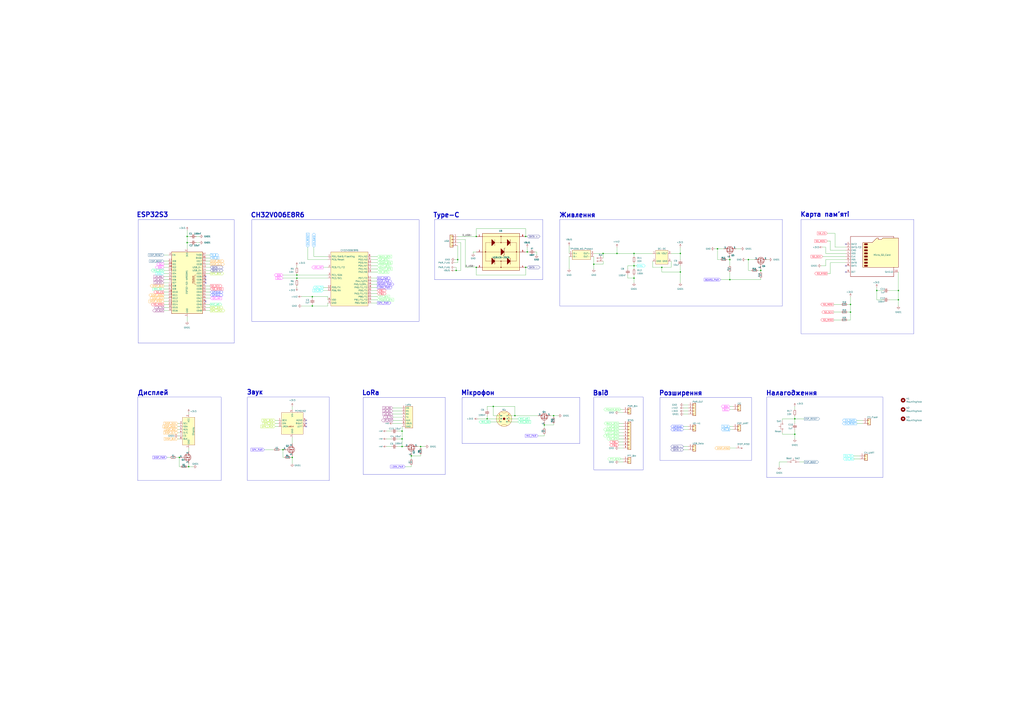
<source format=kicad_sch>
(kicad_sch (version 20231120) (generator "eeschema") (generator_version "8.0")
  (paper "A1")
  (junction (at 153.67 194.31))
  (junction (at 520.7 218.44))
  (junction (at 433.07 207.01))
  (junction (at 737.87 246.38))
  (junction (at 374.65 222.25))
  (junction (at 558.8 223.52))
  (junction (at 520.7 228.6))
  (junction (at 153.67 199.39))
  (junction (at 652.78 356.87))
  (junction (at 337.82 374.65))
  (junction (at 624.84 222.25))
  (junction (at 232.41 369.57))
  (junction (at 256.54 243.84))
  (junction (at 330.2 360.68))
  (junction (at 431.8 194.31))
  (junction (at 698.5 256.54))
  (junction (at 431.8 219.71))
  (junction (at 720.09 238.76))
  (junction (at 391.16 194.31))
  (junction (at 375.92 213.36))
  (junction (at 698.5 250.19))
  (junction (at 154.94 383.54))
  (junction (at 447.04 349.25))
  (junction (at 599.44 213.36))
  (junction (at 495.3 208.28))
  (junction (at 330.2 354.33))
  (junction (at 243.84 228.6))
  (junction (at 400.05 344.17))
  (junction (at 243.84 226.06))
  (junction (at 558.8 208.28))
  (junction (at 391.16 219.71))
  (junction (at 330.2 367.03))
  (junction (at 589.28 204.47))
  (junction (at 614.68 213.36))
  (junction (at 147.32 375.92))
  (junction (at 487.68 217.17))
  (junction (at 256.54 251.46))
  (junction (at 520.7 208.28))
  (junction (at 543.56 219.71))
  (junction (at 652.78 344.17))
  (junction (at 454.66 341.63))
  (junction (at 737.87 238.76))
  (junction (at 240.03 375.92))
  (junction (at 422.91 341.63))
  (junction (at 506.73 208.28))
  (junction (at 599.44 229.87))
  (junction (at 345.44 367.03))
  (junction (at 405.13 334.01))
  (no_connect (at 251.46 347.98))
  (no_connect (at 251.46 350.52))
  (no_connect (at 168.91 229.87))
  (no_connect (at 251.46 345.44))
  (no_connect (at 168.91 247.65))
  (no_connect (at 694.69 200.66))
  (no_connect (at 694.69 223.52))
  (no_connect (at 168.91 232.41))
  (no_connect (at 694.69 218.44))
  (no_connect (at 168.91 227.33))
  (wire (pts (xy 558.8 208.28) (xy 558.8 213.36)))
  (wire (pts (xy 256.54 251.46) (xy 269.24 251.46)))
  (wire (pts (xy 146.05 347.98) (xy 147.32 347.98)))
  (wire (pts (xy 226.06 345.44) (xy 228.6 345.44)))
  (wire (pts (xy 153.67 199.39) (xy 153.67 204.47)))
  (wire (pts (xy 240.03 334.01) (xy 240.03 336.55)))
  (wire (pts (xy 454.66 349.25) (xy 454.66 347.98)))
  (wire (pts (xy 543.56 223.52) (xy 558.8 223.52)))
  (wire (pts (xy 388.62 207.01) (xy 391.16 207.01)))
  (wire (pts (xy 330.2 367.03) (xy 332.74 367.03)))
  (wire (pts (xy 391.16 187.96) (xy 391.16 194.31)))
  (wire (pts (xy 652.78 341.63) (xy 652.78 344.17)))
  (wire (pts (xy 652.78 353.06) (xy 652.78 356.87)))
  (wire (pts (xy 252.73 203.2) (xy 252.73 213.36)))
  (wire (pts (xy 515.62 220.98) (xy 515.62 218.44)))
  (wire (pts (xy 168.91 237.49) (xy 172.72 237.49)))
  (wire (pts (xy 551.18 214.63) (xy 551.18 219.71)))
  (wire (pts (xy 703.58 347.98) (xy 708.66 347.98)))
  (wire (pts (xy 678.18 208.28) (xy 694.69 208.28)))
  (wire (pts (xy 506.73 208.28) (xy 520.7 208.28)))
  (wire (pts (xy 433.07 207.01) (xy 434.34 207.01)))
  (wire (pts (xy 690.88 262.89) (xy 684.53 262.89)))
  (wire (pts (xy 589.28 204.47) (xy 594.36 204.47)))
  (wire (pts (xy 495.3 214.63) (xy 495.3 217.17)))
  (wire (pts (xy 326.39 354.33) (xy 330.2 354.33)))
  (wire (pts (xy 422.91 341.63) (xy 441.96 341.63)))
  (wire (pts (xy 400.05 334.01) (xy 405.13 334.01)))
  (wire (pts (xy 678.18 203.2) (xy 675.64 203.2)))
  (wire (pts (xy 604.52 204.47) (xy 608.33 204.47)))
  (wire (pts (xy 642.62 344.17) (xy 652.78 344.17)))
  (wire (pts (xy 674.37 218.44) (xy 678.18 218.44)))
  (wire (pts (xy 168.91 217.17) (xy 172.72 217.17)))
  (wire (pts (xy 431.8 226.06) (xy 431.8 219.71)))
  (wire (pts (xy 535.94 219.71) (xy 543.56 219.71)))
  (wire (pts (xy 147.32 383.54) (xy 148.59 383.54)))
  (wire (pts (xy 586.74 204.47) (xy 589.28 204.47)))
  (wire (pts (xy 508 347.98) (xy 511.81 347.98)))
  (wire (pts (xy 232.41 226.06) (xy 243.84 226.06)))
  (wire (pts (xy 382.27 219.71) (xy 391.16 219.71)))
  (wire (pts (xy 520.7 215.9) (xy 520.7 218.44)))
  (wire (pts (xy 322.58 342.9) (xy 330.2 342.9)))
  (wire (pts (xy 154.94 368.3) (xy 154.94 370.84)))
  (wire (pts (xy 405.13 341.63) (xy 410.21 341.63)))
  (wire (pts (xy 523.24 218.44) (xy 520.7 218.44)))
  (wire (pts (xy 322.58 335.28) (xy 330.2 335.28)))
  (wire (pts (xy 730.25 246.38) (xy 737.87 246.38)))
  (wire (pts (xy 304.8 248.92) (xy 309.88 248.92)))
  (wire (pts (xy 737.87 251.46) (xy 737.87 246.38)))
  (wire (pts (xy 373.38 213.36) (xy 375.92 213.36)))
  (wire (pts (xy 452.12 341.63) (xy 454.66 341.63)))
  (wire (pts (xy 703.58 345.44) (xy 708.66 345.44)))
  (wire (pts (xy 322.58 340.36) (xy 330.2 340.36)))
  (wire (pts (xy 147.32 355.6) (xy 146.05 355.6)))
  (wire (pts (xy 614.68 213.36) (xy 619.76 213.36)))
  (wire (pts (xy 681.99 224.79) (xy 681.99 215.9)))
  (wire (pts (xy 317.5 360.68) (xy 321.31 360.68)))
  (wire (pts (xy 652.78 334.01) (xy 652.78 336.55)))
  (wire (pts (xy 326.39 367.03) (xy 330.2 367.03)))
  (wire (pts (xy 652.78 360.68) (xy 652.78 356.87)))
  (wire (pts (xy 417.83 346.71) (xy 425.45 346.71)))
  (wire (pts (xy 337.82 383.54) (xy 337.82 382.27)))
  (wire (pts (xy 226.06 350.52) (xy 228.6 350.52)))
  (wire (pts (xy 599.44 212.09) (xy 599.44 213.36)))
  (wire (pts (xy 508 358.14) (xy 511.81 358.14)))
  (wire (pts (xy 375.92 194.31) (xy 391.16 194.31)))
  (wire (pts (xy 256.54 250.19) (xy 256.54 251.46)))
  (wire (pts (xy 400.05 334.01) (xy 400.05 336.55)))
  (wire (pts (xy 269.24 243.84) (xy 269.24 246.38)))
  (wire (pts (xy 134.62 219.71) (xy 138.43 219.71)))
  (wire (pts (xy 375.92 213.36) (xy 375.92 215.9)))
  (wire (pts (xy 495.3 217.17) (xy 487.68 217.17)))
  (wire (pts (xy 417.83 344.17) (xy 425.45 344.17)))
  (wire (pts (xy 243.84 226.06) (xy 269.24 226.06)))
  (wire (pts (xy 495.3 208.28) (xy 495.3 212.09)))
  (wire (pts (xy 543.56 219.71) (xy 543.56 223.52)))
  (wire (pts (xy 520.7 218.44) (xy 520.7 220.98)))
  (wire (pts (xy 378.46 199.39) (xy 375.92 199.39)))
  (wire (pts (xy 599.44 368.3) (xy 604.52 368.3)))
  (wire (pts (xy 561.34 335.28) (xy 565.15 335.28)))
  (wire (pts (xy 599.44 213.36) (xy 599.44 218.44)))
  (wire (pts (xy 405.13 334.01) (xy 422.91 334.01)))
  (wire (pts (xy 599.44 223.52) (xy 599.44 229.87)))
  (wire (pts (xy 681.99 198.12) (xy 681.99 205.74)))
  (wire (pts (xy 134.62 242.57) (xy 138.43 242.57)))
  (wire (pts (xy 558.8 218.44) (xy 558.8 223.52)))
  (wire (pts (xy 535.94 214.63) (xy 535.94 219.71)))
  (wire (pts (xy 168.91 219.71) (xy 172.72 219.71)))
  (wire (pts (xy 447.04 351.79) (xy 447.04 349.25)))
  (wire (pts (xy 332.74 383.54) (xy 337.82 383.54)))
  (wire (pts (xy 487.68 208.28) (xy 495.3 208.28)))
  (wire (pts (xy 642.62 355.6) (xy 642.62 356.87)))
  (wire (pts (xy 561.34 337.82) (xy 565.15 337.82)))
  (wire (pts (xy 599.44 353.06) (xy 601.98 353.06)))
  (wire (pts (xy 440.69 207.01) (xy 439.42 207.01)))
  (wire (pts (xy 431.8 207.01) (xy 433.07 207.01)))
  (wire (pts (xy 561.34 353.06) (xy 565.15 353.06)))
  (wire (pts (xy 345.44 367.03) (xy 345.44 368.3)))
  (wire (pts (xy 698.5 250.19) (xy 695.96 250.19)))
  (wire (pts (xy 240.03 359.41) (xy 240.03 364.49)))
  (wire (pts (xy 515.62 228.6) (xy 520.7 228.6)))
  (wire (pts (xy 698.5 243.84) (xy 698.5 250.19)))
  (wire (pts (xy 147.32 350.52) (xy 146.05 350.52)))
  (wire (pts (xy 153.67 189.23) (xy 153.67 194.31)))
  (wire (pts (xy 217.17 369.57) (xy 224.79 369.57)))
  (wire (pts (xy 232.41 228.6) (xy 243.84 228.6)))
  (wire (pts (xy 146.05 360.68) (xy 147.32 360.68)))
  (wire (pts (xy 134.62 255.27) (xy 138.43 255.27)))
  (wire (pts (xy 561.34 367.03) (xy 565.15 367.03)))
  (wire (pts (xy 153.67 383.54) (xy 154.94 383.54)))
  (wire (pts (xy 257.81 210.82) (xy 269.24 210.82)))
  (wire (pts (xy 561.34 350.52) (xy 565.15 350.52)))
  (wire (pts (xy 431.8 187.96) (xy 391.16 187.96)))
  (wire (pts (xy 487.68 210.82) (xy 487.68 217.17)))
  (wire (pts (xy 134.62 245.11) (xy 138.43 245.11)))
  (wire (pts (xy 134.62 250.19) (xy 138.43 250.19)))
  (wire (pts (xy 515.62 226.06) (xy 515.62 228.6)))
  (wire (pts (xy 656.59 379.73) (xy 660.4 379.73)))
  (wire (pts (xy 730.25 238.76) (xy 737.87 238.76)))
  (wire (pts (xy 317.5 354.33) (xy 321.31 354.33)))
  (wire (pts (xy 640.08 379.73) (xy 646.43 379.73)))
  (wire (pts (xy 330.2 360.68) (xy 330.2 367.03)))
  (wire (pts (xy 624.84 229.87) (xy 624.84 228.6)))
  (wire (pts (xy 232.41 369.57) (xy 232.41 375.92)))
  (wire (pts (xy 431.8 194.31) (xy 431.8 187.96)))
  (wire (pts (xy 240.03 375.92) (xy 240.03 381)))
  (wire (pts (xy 400.05 341.63) (xy 400.05 344.17)))
  (wire (pts (xy 137.16 375.92) (xy 139.7 375.92)))
  (wire (pts (xy 374.65 222.25) (xy 378.46 222.25)))
  (wire (pts (xy 256.54 243.84) (xy 269.24 243.84)))
  (wire (pts (xy 134.62 240.03) (xy 138.43 240.03)))
  (wire (pts (xy 240.03 375.92) (xy 240.03 374.65)))
  (wire (pts (xy 551.18 208.28) (xy 558.8 208.28)))
  (wire (pts (xy 698.5 262.89) (xy 695.96 262.89)))
  (wire (pts (xy 168.91 240.03) (xy 172.72 240.03)))
  (wire (pts (xy 243.84 234.95) (xy 243.84 236.22)))
  (wire (pts (xy 454.66 341.63) (xy 458.47 341.63)))
  (wire (pts (xy 508 350.52) (xy 511.81 350.52)))
  (wire (pts (xy 441.96 358.14) (xy 447.04 358.14)))
  (wire (pts (xy 561.34 369.57) (xy 565.15 369.57)))
  (wire (pts (xy 508 360.68) (xy 511.81 360.68)))
  (wire (pts (xy 330.2 354.33) (xy 330.2 360.68)))
  (wire (pts (xy 508 365.76) (xy 511.81 365.76)))
  (wire (pts (xy 304.8 236.22) (xy 309.88 236.22)))
  (wire (pts (xy 433.07 194.31) (xy 431.8 194.31)))
  (wire (pts (xy 243.84 229.87) (xy 243.84 228.6)))
  (wire (pts (xy 304.8 238.76) (xy 309.88 238.76)))
  (wire (pts (xy 589.28 213.36) (xy 591.82 213.36)))
  (wire (pts (xy 599.44 334.01) (xy 601.98 334.01)))
  (wire (pts (xy 506.73 203.2) (xy 506.73 208.28)))
  (wire (pts (xy 678.18 213.36) (xy 694.69 213.36)))
  (wire (pts (xy 520.7 208.28) (xy 535.94 208.28)))
  (wire (pts (xy 652.78 344.17) (xy 660.4 344.17)))
  (wire (pts (xy 679.45 191.77) (xy 685.8 191.77)))
  (wire (pts (xy 701.04 377.19) (xy 706.12 377.19)))
  (wire (pts (xy 304.8 243.84) (xy 309.88 243.84)))
  (wire (pts (xy 304.8 241.3) (xy 309.88 241.3)))
  (wire (pts (xy 144.78 375.92) (xy 147.32 375.92)))
  (wire (pts (xy 322.58 337.82) (xy 330.2 337.82)))
  (wire (pts (xy 345.44 374.65) (xy 345.44 373.38)))
  (wire (pts (xy 168.91 242.57) (xy 172.72 242.57)))
  (wire (pts (xy 520.7 208.28) (xy 520.7 210.82)))
  (wire (pts (xy 589.28 204.47) (xy 589.28 213.36)))
  (wire (pts (xy 509.27 377.19) (xy 511.81 377.19)))
  (wire (pts (xy 326.39 360.68) (xy 330.2 360.68)))
  (wire (pts (xy 629.92 213.36) (xy 631.19 213.36)))
  (wire (pts (xy 433.07 203.2) (xy 433.07 207.01)))
  (wire (pts (xy 304.8 246.38) (xy 309.88 246.38)))
  (wire (pts (xy 520.7 226.06) (xy 520.7 228.6)))
  (wire (pts (xy 337.82 377.19) (xy 337.82 374.65)))
  (wire (pts (xy 622.3 222.25) (xy 624.84 222.25)))
  (wire (pts (xy 678.18 218.44) (xy 678.18 213.36)))
  (wire (pts (xy 374.65 219.71) (xy 374.65 222.25)))
  (wire (pts (xy 551.18 219.71) (xy 543.56 219.71)))
  (wire (pts (xy 417.83 341.63) (xy 422.91 341.63)))
  (wire (pts (xy 304.8 213.36) (xy 309.88 213.36)))
  (wire (pts (xy 614.68 222.25) (xy 617.22 222.25)))
  (wire (pts (xy 681.99 205.74) (xy 694.69 205.74)))
  (wire (pts (xy 701.04 374.65) (xy 706.12 374.65)))
  (wire (pts (xy 256.54 243.84) (xy 256.54 245.11)))
  (wire (pts (xy 681.99 215.9) (xy 694.69 215.9)))
  (wire (pts (xy 304.8 223.52) (xy 309.88 223.52)))
  (wire (pts (xy 153.67 194.31) (xy 153.67 199.39)))
  (wire (pts (xy 375.92 201.93) (xy 375.92 213.36)))
  (wire (pts (xy 737.87 246.38) (xy 737.87 238.76)))
  (wire (pts (xy 168.91 245.11) (xy 172.72 245.11)))
  (wire (pts (xy 168.91 250.19) (xy 172.72 250.19)))
  (wire (pts (xy 265.43 236.22) (xy 269.24 236.22)))
  (wire (pts (xy 168.91 255.27) (xy 172.72 255.27)))
  (wire (pts (xy 690.88 250.19) (xy 684.53 250.19)))
  (wire (pts (xy 698.5 250.19) (xy 698.5 256.54)))
  (wire (pts (xy 678.18 203.2) (xy 678.18 208.28)))
  (wire (pts (xy 304.8 215.9) (xy 309.88 215.9)))
  (wire (pts (xy 134.62 214.63) (xy 138.43 214.63)))
  (wire (pts (xy 134.62 247.65) (xy 138.43 247.65)))
  (wire (pts (xy 558.8 223.52) (xy 558.8 232.41)))
  (wire (pts (xy 168.91 224.79) (xy 172.72 224.79)))
  (wire (pts (xy 168.91 234.95) (xy 172.72 234.95)))
  (wire (pts (xy 147.32 375.92) (xy 147.32 383.54)))
  (wire (pts (xy 642.62 345.44) (xy 642.62 344.17)))
  (wire (pts (xy 440.69 207.01) (xy 440.69 209.55)))
  (wire (pts (xy 495.3 208.28) (xy 506.73 208.28)))
  (wire (pts (xy 509.27 336.55) (xy 511.81 336.55)))
  (wire (pts (xy 168.91 252.73) (xy 172.72 252.73)))
  (wire (pts (xy 720.09 236.22) (xy 720.09 238.76)))
  (wire (pts (xy 304.8 220.98) (xy 309.88 220.98)))
  (wire (pts (xy 624.84 222.25) (xy 624.84 223.52)))
  (wire (pts (xy 640.08 379.73) (xy 640.08 383.54)))
  (wire (pts (xy 388.62 208.28) (xy 388.62 207.01)))
  (wire (pts (xy 679.45 198.12) (xy 681.99 198.12)))
  (wire (pts (xy 520.7 228.6) (xy 520.7 232.41)))
  (wire (pts (xy 134.62 229.87) (xy 138.43 229.87)))
  (wire (pts (xy 454.66 341.63) (xy 454.66 342.9)))
  (wire (pts (xy 422.91 334.01) (xy 422.91 341.63)))
  (wire (pts (xy 508 339.09) (xy 511.81 339.09)))
  (wire (pts (xy 378.46 199.39) (xy 378.46 222.25)))
  (wire (pts (xy 304.8 210.82) (xy 309.88 210.82)))
  (wire (pts (xy 698.5 262.89) (xy 698.5 256.54)))
  (wire (pts (xy 322.58 347.98) (xy 330.2 347.98)))
  (wire (pts (xy 373.38 215.9) (xy 375.92 215.9)))
  (wire (pts (xy 134.62 224.79) (xy 138.43 224.79)))
  (wire (pts (xy 614.68 213.36) (xy 614.68 222.25)))
  (wire (pts (xy 558.8 203.2) (xy 558.8 208.28)))
  (wire (pts (xy 161.29 199.39) (xy 163.83 199.39)))
  (wire (pts (xy 168.91 209.55) (xy 172.72 209.55)))
  (wire (pts (xy 596.9 213.36) (xy 599.44 213.36)))
  (wire (pts (xy 375.92 196.85) (xy 382.27 196.85)))
  (wire (pts (xy 685.8 203.2) (xy 694.69 203.2)))
  (wire (pts (xy 561.34 332.74) (xy 565.15 332.74)))
  (wire (pts (xy 508 355.6) (xy 511.81 355.6)))
  (wire (pts (xy 134.62 222.25) (xy 138.43 222.25)))
  (wire (pts (xy 391.16 219.71) (xy 391.16 226.06)))
  (wire (pts (xy 690.88 256.54) (xy 684.53 256.54)))
  (wire (pts (xy 561.34 340.36) (xy 565.15 340.36)))
  (wire (pts (xy 243.84 224.79) (xy 243.84 226.06)))
  (wire (pts (xy 226.06 347.98) (xy 228.6 347.98)))
  (wire (pts (xy 265.43 238.76) (xy 269.24 238.76)))
  (wire (pts (xy 243.84 228.6) (xy 269.24 228.6)))
  (wire (pts (xy 508 368.3) (xy 511.81 368.3)))
  (wire (pts (xy 599.44 350.52) (xy 601.98 350.52)))
  (wire (pts (xy 238.76 375.92) (xy 240.03 375.92)))
  (wire (pts (xy 467.36 210.82) (xy 467.36 220.98)))
  (wire (pts (xy 373.38 219.71) (xy 374.65 219.71)))
  (wire (pts (xy 342.9 367.03) (xy 345.44 367.03)))
  (wire (pts (xy 134.62 234.95) (xy 138.43 234.95)))
  (wire (pts (xy 612.14 213.36) (xy 614.68 213.36)))
  (wire (pts (xy 168.91 222.25) (xy 172.72 222.25)))
  (wire (pts (xy 392.43 344.17) (xy 400.05 344.17)))
  (wire (pts (xy 232.41 375.92) (xy 233.68 375.92)))
  (wire (pts (xy 317.5 367.03) (xy 321.31 367.03)))
  (wire (pts (xy 168.91 214.63) (xy 172.72 214.63)))
  (wire (pts (xy 252.73 213.36) (xy 269.24 213.36)))
  (wire (pts (xy 515.62 218.44) (xy 520.7 218.44)))
  (wire (pts (xy 642.62 356.87) (xy 652.78 356.87)))
  (wire (pts (xy 382.27 196.85) (xy 382.27 219.71)))
  (wire (pts (xy 304.8 218.44) (xy 309.88 218.44)))
  (wire (pts (xy 599.44 229.87) (xy 624.84 229.87)))
  (wire (pts (xy 685.8 191.77) (xy 685.8 203.2)))
  (wire (pts (xy 330.2 350.52) (xy 330.2 354.33)))
  (wire (pts (xy 134.62 252.73) (xy 138.43 252.73)))
  (wire (pts (xy 433.07 219.71) (xy 431.8 219.71)))
  (wire (pts (xy 304.8 233.68) (xy 309.88 233.68)))
  (wire (pts (xy 146.05 358.14) (xy 147.32 358.14)))
  (wire (pts (xy 156.21 199.39) (xy 153.67 199.39)))
  (wire (pts (xy 487.68 217.17) (xy 487.68 220.98)))
  (wire (pts (xy 508 353.06) (xy 511.81 353.06)))
  (wire (pts (xy 168.91 212.09) (xy 172.72 212.09)))
  (wire (pts (xy 154.94 383.54) (xy 158.75 383.54)))
  (wire (pts (xy 134.62 217.17) (xy 138.43 217.17)))
  (wire (pts (xy 153.67 194.31) (xy 156.21 194.31)))
  (wire (pts (xy 675.64 210.82) (xy 694.69 210.82)))
  (wire (pts (xy 154.94 381) (xy 154.94 383.54)))
  (wire (pts (xy 243.84 218.44) (xy 243.84 219.71)))
  (wire (pts (xy 265.43 219.71) (xy 269.24 219.71)))
  (wire (pts (xy 508 363.22) (xy 511.81 363.22)))
  (wire (pts (xy 134.62 237.49) (xy 138.43 237.49)))
  (wire (pts (xy 652.78 344.17) (xy 652.78 347.98)))
  (wire (pts (xy 467.36 201.93) (xy 467.36 208.28)))
  (wire (pts (xy 257.81 203.2) (xy 257.81 210.82)))
  (wire (pts (xy 229.87 369.57) (xy 232.41 369.57)))
  (wire (pts (xy 153.67 260.35) (xy 153.67 264.16)))
  (wire (pts (xy 161.29 194.31) (xy 163.83 194.31)))
  (wire (pts (xy 373.38 222.25) (xy 374.65 222.25)))
  (wire (pts (xy 247.65 243.84) (xy 256.54 243.84)))
  (wire (pts (xy 720.09 246.38) (xy 725.17 246.38)))
  (wire (pts (xy 134.62 227.33) (xy 138.43 227.33)))
  (wire (pts (xy 391.16 226.06) (xy 431.8 226.06)))
  (wire (pts (xy 508 379.73) (xy 511.81 379.73)))
  (wire (pts (xy 247.65 251.46) (xy 256.54 251.46)))
  (wire (pts (xy 402.59 346.71) (xy 410.21 346.71)))
  (wire (pts (xy 322.58 345.44) (xy 330.2 345.44)))
  (wire (pts (xy 447.04 358.14) (xy 447.04 356.87)))
  (wire (pts (xy 720.09 238.76) (xy 725.17 238.76)))
  (wire (pts (xy 304.8 228.6) (xy 309.88 228.6)))
  (wire (pts (xy 624.84 220.98) (xy 624.84 222.25)))
  (wire (pts (xy 679.45 224.79) (xy 681.99 224.79)))
  (wire (pts (xy 737.87 223.52) (xy 737.87 238.76)))
  (wire (pts (xy 345.44 367.03) (xy 349.25 367.03)))
  (wire (pts (xy 138.43 209.55) (xy 134.62 209.55)))
  (wire (pts (xy 337.82 374.65) (xy 345.44 374.65)))
  (wire (pts (xy 599.44 336.55) (xy 601.98 336.55)))
  (wire (pts (xy 146.05 353.06) (xy 147.32 353.06)))
  (wire (pts (xy 405.13 334.01) (xy 405.13 341.63)))
  (wire (pts (xy 304.8 231.14) (xy 309.88 231.14)))
  (wire (pts (xy 134.62 232.41) (xy 138.43 232.41)))
  (wire (pts (xy 447.04 349.25) (xy 454.66 349.25)))
  (wire (pts (xy 154.94 339.09) (xy 154.94 340.36)))
  (wire (pts (xy 698.5 256.54) (xy 695.96 256.54)))
  (wire (pts (xy 400.05 344.17) (xy 410.21 344.17)))
  (wire (pts (xy 269.24 251.46) (xy 269.24 248.92)))
  (wire (pts (xy 591.82 229.87) (xy 599.44 229.87)))
  (wire (pts (xy 720.09 246.38) (xy 720.09 238.76)))
  (rectangle (start 113.411 180.594) (end 192.405 281.94))
  (rectangle (start 629.666 326.39) (end 725.17 392.43))
  (rectangle (start 487.68 326.39) (end 528.32 386.08))
  (rectangle (start 542.036 326.644) (end 617.22 378.46))
  (rectangle (start 206.756 180.594) (end 344.17 264.16))
  (rectangle (start 657.86 180.34) (end 750.57 274.32))
  (rectangle (start 379.476 326.644) (end 476.25 364.49))
  (rectangle (start 356.87 180.34) (end 445.77 229.87))
  (rectangle (start 113.03 326.39) (end 181.61 394.97))
  (rectangle (start 203.2 326.39) (end 270.51 394.97))
  (rectangle (start 459.74 180.34) (end 642.62 251.46))
  (rectangle (start 298.196 326.644) (end 365.76 389.89))
  (text "Розширення" (at 541.02 325.374 0) (effects (font (size 3.81 3.81) (thickness 0.762) (bold yes)) (justify left bottom)))
  (text "Карта пам'яті" (at 657.098 178.562 0) (effects (font (size 3.81 3.81) (thickness 0.762) (bold yes)) (justify left bottom)))
  (text "Налагодження" (at 628.904 325.374 0) (effects (font (size 3.81 3.81) (thickness 0.762) (bold yes)) (justify left bottom)))
  (text "Дисплей" (at 112.776 325.12 0) (effects (font (size 3.81 3.81) (thickness 0.762) (bold yes)) (justify left bottom)))
  (text "CH32V006E8R6" (at 205.74 179.07 0) (effects (font (size 3.81 3.81) (thickness 0.762) (bold yes)) (justify left bottom)))
  (text "Живлення" (at 458.978 179.07 0) (effects (font (size 3.81 3.81) (thickness 0.762) (bold yes)) (justify left bottom)))
  (text "Звук" (at 202.438 324.612 0) (effects (font (size 3.81 3.81) (thickness 0.762) (bold yes)) (justify left bottom)))
  (text "Type-C" (at 355.6 179.07 0) (effects (font (size 3.81 3.81) (thickness 0.762) (bold yes)) (justify left bottom)))
  (text "ESP32S3" (at 112.014 178.816 0) (effects (font (size 3.81 3.81) (thickness 0.762) (bold yes)) (justify left bottom)))
  (text "Ввід" (at 486.664 325.374 0) (effects (font (size 3.81 3.81) (thickness 0.762) (bold yes)) (justify left bottom)))
  (text "LoRa" (at 297.18 325.12 0) (effects (font (size 3.81 3.81) (thickness 0.762) (bold yes)) (justify left bottom)))
  (text "Мікрофон" (at 378.46 325.12 0) (effects (font (size 3.81 3.81) (thickness 0.762) (bold yes)) (justify left bottom)))
  (label "D_USB-" (at 382.27 219.71 0))
  (label "D_USB+" (at 379.73 194.31 0))
  (global_label "POWER_BTN" (shape output) (at 509.27 336.55 180) (property "Intersheetrefs" "${INTERSHEET_REFS}" (effects (hide yes))))
  (global_label "DATA +" (shape bidirectional) (at 172.72 222.25 0) (property "Intersheetrefs" "${INTERSHEET_REFS}" (effects (hide yes))))
  (global_label "RIGHT_BTN" (shape input) (at 309.88 220.98 0) (property "Intersheetrefs" "${INTERSHEET_REFS}" (effects (hide yes))))
  (global_label "DISP_MOSI" (shape input) (at 146.05 350.52 180) (property "Intersheetrefs" "${INTERSHEET_REFS}" (effects (hide yes))))
  (global_label "DATA +" (shape bidirectional) (at 433.07 194.31 0) (property "Intersheetrefs" "${INTERSHEET_REFS}" (effects (hide yes))))
  (global_label "CH_RESET" (shape input) (at 252.73 203.2 90) (property "Intersheetrefs" "${INTERSHEET_REFS}" (effects (hide yes))))
  (global_label "BACK_BTN" (shape output) (at 508 347.98 180) (property "Intersheetrefs" "${INTERSHEET_REFS}" (effects (hide yes))))
  (global_label "DISP_PWR" (shape output) (at 309.88 231.14 0) (property "Intersheetrefs" "${INTERSHEET_REFS}" (effects (hide yes))))
  (global_label "RX_0" (shape output) (at 599.44 353.06 180) (property "Intersheetrefs" "${INTERSHEET_REFS}" (effects (hide yes))))
  (global_label "GPIO41" (shape bidirectional) (at 172.72 242.57 0) (property "Intersheetrefs" "${INTERSHEET_REFS}" (effects (hide yes))))
  (global_label "SDA" (shape bidirectional) (at 134.62 219.71 180) (property "Intersheetrefs" "${INTERSHEET_REFS}" (effects (hide yes))))
  (global_label "CH_RX" (shape input) (at 265.43 238.76 180) (property "Intersheetrefs" "${INTERSHEET_REFS}" (effects (hide yes))))
  (global_label "ESP_BOOT" (shape input) (at 134.62 214.63 180) (property "Intersheetrefs" "${INTERSHEET_REFS}" (effects (hide yes))))
  (global_label "MIC_SD" (shape input) (at 134.62 237.49 180) (property "Intersheetrefs" "${INTERSHEET_REFS}" (effects (hide yes))))
  (global_label "I2C_INT" (shape output) (at 265.43 219.71 180) (property "Intersheetrefs" "${INTERSHEET_REFS}" (effects (hide yes))))
  (global_label "DOWN_BTN" (shape input) (at 309.88 215.9 0) (property "Intersheetrefs" "${INTERSHEET_REFS}" (effects (hide yes))))
  (global_label "SPK_PWR" (shape input) (at 217.17 369.57 180) (property "Intersheetrefs" "${INTERSHEET_REFS}" (effects (hide yes))))
  (global_label "LORA_PWR" (shape output) (at 309.88 236.22 0) (property "Intersheetrefs" "${INTERSHEET_REFS}" (effects (hide yes))))
  (global_label "ESP_RESET" (shape input) (at 134.62 209.55 180) (property "Intersheetrefs" "${INTERSHEET_REFS}" (effects (hide yes))))
  (global_label "LORA_PWR" (shape input) (at 332.74 383.54 180) (property "Intersheetrefs" "${INTERSHEET_REFS}" (effects (hide yes))))
  (global_label "SD_MISO" (shape input) (at 172.72 237.49 0) (property "Intersheetrefs" "${INTERSHEET_REFS}" (effects (hide yes))))
  (global_label "SPK_BCK" (shape input) (at 226.06 345.44 180) (property "Intersheetrefs" "${INTERSHEET_REFS}" (effects (hide yes))))
  (global_label "RIGHT_BTN" (shape output) (at 508 358.14 180) (property "Intersheetrefs" "${INTERSHEET_REFS}" (effects (hide yes))))
  (global_label "PB3" (shape bidirectional) (at 508 365.76 180) (property "Intersheetrefs" "${INTERSHEET_REFS}" (effects (hide yes))))
  (global_label "DISP_BLK" (shape output) (at 134.62 234.95 180) (property "Intersheetrefs" "${INTERSHEET_REFS}" (effects (hide yes))))
  (global_label "OK_BTN" (shape output) (at 508 360.68 180) (property "Intersheetrefs" "${INTERSHEET_REFS}" (effects (hide yes))))
  (global_label "SPK_BCK" (shape output) (at 172.72 224.79 0) (property "Intersheetrefs" "${INTERSHEET_REFS}" (effects (hide yes))))
  (global_label "MIC_PWR" (shape output) (at 309.88 228.6 0) (property "Intersheetrefs" "${INTERSHEET_REFS}" (effects (hide yes))))
  (global_label "MIC_SCK" (shape output) (at 134.62 222.25 180) (property "Intersheetrefs" "${INTERSHEET_REFS}" (effects (hide yes))))
  (global_label "POWER_BTN" (shape input) (at 309.88 246.38 0) (property "Intersheetrefs" "${INTERSHEET_REFS}" (effects (hide yes))))
  (global_label "PB3" (shape bidirectional) (at 309.88 241.3 0) (property "Intersheetrefs" "${INTERSHEET_REFS}" (effects (hide yes))))
  (global_label "SPK_DIN" (shape input) (at 226.06 347.98 180) (property "Intersheetrefs" "${INTERSHEET_REFS}" (effects (hide yes))))
  (global_label "LR_TX" (shape output) (at 322.58 342.9 180) (property "Intersheetrefs" "${INTERSHEET_REFS}" (effects (hide yes))))
  (global_label "LR_M0" (shape input) (at 322.58 335.28 180) (property "Intersheetrefs" "${INTERSHEET_REFS}" (effects (hide yes))))
  (global_label "SPK_LRCK" (shape output) (at 172.72 255.27 0) (property "Intersheetrefs" "${INTERSHEET_REFS}" (effects (hide yes))))
  (global_label "LEFT_BTN" (shape input) (at 309.88 218.44 0) (property "Intersheetrefs" "${INTERSHEET_REFS}" (effects (hide yes))))
  (global_label "SCL" (shape input) (at 599.44 336.55 180) (property "Intersheetrefs" "${INTERSHEET_REFS}" (effects (hide yes))))
  (global_label "SD_MOSI" (shape input) (at 679.45 198.12 180) (property "Intersheetrefs" "${INTERSHEET_REFS}" (effects (hide yes))))
  (global_label "SPK_PWR" (shape output) (at 309.88 248.92 0) (property "Intersheetrefs" "${INTERSHEET_REFS}" (effects (hide yes))))
  (global_label "CH_SWIO" (shape bidirectional) (at 703.58 345.44 180) (property "Intersheetrefs" "${INTERSHEET_REFS}" (effects (hide yes))))
  (global_label "BOARD_PWR" (shape input) (at 591.82 229.87 180) (property "Intersheetrefs" "${INTERSHEET_REFS}" (effects (hide yes))))
  (global_label "CH_TX" (shape input) (at 701.04 374.65 180) (property "Intersheetrefs" "${INTERSHEET_REFS}" (effects (hide yes))))
  (global_label "PB1" (shape bidirectional) (at 309.88 238.76 0) (property "Intersheetrefs" "${INTERSHEET_REFS}" (effects (hide yes))))
  (global_label "SD_CS" (shape output) (at 134.62 240.03 180) (property "Intersheetrefs" "${INTERSHEET_REFS}" (effects (hide yes))))
  (global_label "TX_0" (shape output) (at 172.72 209.55 0) (property "Intersheetrefs" "${INTERSHEET_REFS}" (effects (hide yes))))
  (global_label "SPK_LRCK" (shape input) (at 226.06 350.52 180) (property "Intersheetrefs" "${INTERSHEET_REFS}" (effects (hide yes))))
  (global_label "TX_0" (shape input) (at 599.44 350.52 180) (property "Intersheetrefs" "${INTERSHEET_REFS}" (effects (hide yes))))
  (global_label "LR_M1" (shape input) (at 322.58 337.82 180) (property "Intersheetrefs" "${INTERSHEET_REFS}" (effects (hide yes))))
  (global_label "SPK_DIN" (shape output) (at 172.72 252.73 0) (property "Intersheetrefs" "${INTERSHEET_REFS}" (effects (hide yes))))
  (global_label "OK_BTN" (shape input) (at 309.88 223.52 0) (property "Intersheetrefs" "${INTERSHEET_REFS}" (effects (hide yes))))
  (global_label "DATA -" (shape bidirectional) (at 172.72 219.71 0) (property "Intersheetrefs" "${INTERSHEET_REFS}" (effects (hide yes))))
  (global_label "LR_TX" (shape output) (at 134.62 252.73 180) (property "Intersheetrefs" "${INTERSHEET_REFS}" (effects (hide yes))))
  (global_label "SD_MISO" (shape output) (at 684.53 262.89 180) (property "Intersheetrefs" "${INTERSHEET_REFS}" (effects (hide yes))))
  (global_label "DATA -" (shape bidirectional) (at 433.07 219.71 0) (property "Intersheetrefs" "${INTERSHEET_REFS}" (effects (hide yes))))
  (global_label "LR_M0" (shape input) (at 134.62 227.33 180) (property "Intersheetrefs" "${INTERSHEET_REFS}" (effects (hide yes))))
  (global_label "DATA -" (shape bidirectional) (at 561.34 367.03 180) (property "Intersheetrefs" "${INTERSHEET_REFS}" (effects (hide yes))))
  (global_label "DISP_SCK" (shape output) (at 134.62 245.11 180) (property "Intersheetrefs" "${INTERSHEET_REFS}" (effects (hide yes))))
  (global_label "SDA" (shape bidirectional) (at 232.41 226.06 180) (property "Intersheetrefs" "${INTERSHEET_REFS}" (effects (hide yes))))
  (global_label "LR_RX" (shape input) (at 134.62 232.41 180) (property "Intersheetrefs" "${INTERSHEET_REFS}" (effects (hide yes))))
  (global_label "DISP_PWR" (shape input) (at 137.16 375.92 180) (property "Intersheetrefs" "${INTERSHEET_REFS}" (effects (hide yes))))
  (global_label "SD_SCK" (shape output) (at 684.53 256.54 180) (property "Intersheetrefs" "${INTERSHEET_REFS}" (effects (hide yes))))
  (global_label "PB1" (shape bidirectional) (at 508 363.22 180) (property "Intersheetrefs" "${INTERSHEET_REFS}" (effects (hide yes))))
  (global_label "GPIO40" (shape bidirectional) (at 172.72 240.03 0) (property "Intersheetrefs" "${INTERSHEET_REFS}" (effects (hide yes))))
  (global_label "BACK_BTN" (shape input) (at 309.88 210.82 0) (property "Intersheetrefs" "${INTERSHEET_REFS}" (effects (hide yes))))
  (global_label "SD_SCK" (shape output) (at 172.72 234.95 0) (property "Intersheetrefs" "${INTERSHEET_REFS}" (effects (hide yes))))
  (global_label "SD_MISO" (shape output) (at 679.45 224.79 180) (property "Intersheetrefs" "${INTERSHEET_REFS}" (effects (hide yes))))
  (global_label "DISP_MOSI" (shape output) (at 134.62 242.57 180) (property "Intersheetrefs" "${INTERSHEET_REFS}" (effects (hide yes))))
  (global_label "DISP_MISO" (shape output) (at 599.44 368.3 180) (property "Intersheetrefs" "${INTERSHEET_REFS}" (effects (hide yes))))
  (global_label "LR_RX" (shape input) (at 322.58 340.36 180) (property "Intersheetrefs" "${INTERSHEET_REFS}" (effects (hide yes))))
  (global_label "PTT_BTN" (shape input) (at 309.88 243.84 0) (property "Intersheetrefs" "${INTERSHEET_REFS}" (effects (hide yes))))
  (global_label "MIC_WS" (shape input) (at 425.45 344.17 0) (property "Intersheetrefs" "${INTERSHEET_REFS}" (effects (hide yes))))
  (global_label "CH_RESET" (shape output) (at 703.58 347.98 180) (property "Intersheetrefs" "${INTERSHEET_REFS}" (effects (hide yes))))
  (global_label "LR_AUX" (shape output) (at 134.62 255.27 180) (property "Intersheetrefs" "${INTERSHEET_REFS}" (effects (hide yes))))
  (global_label "CH_TX" (shape output) (at 265.43 236.22 180) (property "Intersheetrefs" "${INTERSHEET_REFS}" (effects (hide yes))))
  (global_label "SDA" (shape bidirectional) (at 599.44 334.01 180) (property "Intersheetrefs" "${INTERSHEET_REFS}" (effects (hide yes))))
  (global_label "RX_0" (shape input) (at 172.72 212.09 0) (property "Intersheetrefs" "${INTERSHEET_REFS}" (effects (hide yes))))
  (global_label "UP_BTN" (shape output) (at 508 350.52 180) (property "Intersheetrefs" "${INTERSHEET_REFS}" (effects (hide yes))))
  (global_label "CH_RX" (shape output) (at 701.04 377.19 180) (property "Intersheetrefs" "${INTERSHEET_REFS}" (effects (hide yes))))
  (global_label "SCL" (shape output) (at 134.62 217.17 180) (property "Intersheetrefs" "${INTERSHEET_REFS}" (effects (hide yes))))
  (global_label "ESP_BOOT" (shape output) (at 660.4 379.73 0) (property "Intersheetrefs" "${INTERSHEET_REFS}" (effects (hide yes))))
  (global_label "MIC_PWR" (shape input) (at 441.96 358.14 180) (property "Intersheetrefs" "${INTERSHEET_REFS}" (effects (hide yes))))
  (global_label "SD_CS" (shape input) (at 679.45 191.77 180) (property "Intersheetrefs" "${INTERSHEET_REFS}" (effects (hide yes))))
  (global_label "PTT_BTN" (shape output) (at 509.27 377.19 180) (property "Intersheetrefs" "${INTERSHEET_REFS}" (effects (hide yes))))
  (global_label "MIC_SCK" (shape input) (at 425.45 346.71 0) (property "Intersheetrefs" "${INTERSHEET_REFS}" (effects (hide yes))))
  (global_label "VVAL" (shape input) (at 134.62 224.79 180) (property "Intersheetrefs" "${INTERSHEET_REFS}" (effects (hide yes))))
  (global_label "DISP_RST" (shape input) (at 146.05 353.06 180) (property "Intersheetrefs" "${INTERSHEET_REFS}" (effects (hide yes))))
  (global_label "DISP_SCK" (shape input) (at 146.05 347.98 180) (property "Intersheetrefs" "${INTERSHEET_REFS}" (effects (hide yes))))
  (global_label "GPIO40" (shape bidirectional) (at 561.34 350.52 180) (property "Intersheetrefs" "${INTERSHEET_REFS}" (effects (hide yes))))
  (global_label "DISP_D{slash}C" (shape input) (at 146.05 355.6 180) (property "Intersheetrefs" "${INTERSHEET_REFS}" (effects (hide yes))))
  (global_label "DATA +" (shape bidirectional) (at 561.34 369.57 180) (property "Intersheetrefs" "${INTERSHEET_REFS}" (effects (hide yes))))
  (global_label "LEFT_BTN" (shape output) (at 508 355.6 180) (property "Intersheetrefs" "${INTERSHEET_REFS}" (effects (hide yes))))
  (global_label "I2C_INT" (shape input) (at 172.72 245.11 0) (property "Intersheetrefs" "${INTERSHEET_REFS}" (effects (hide yes))))
  (global_label "SD_MOSI" (shape output) (at 684.53 250.19 180) (property "Intersheetrefs" "${INTERSHEET_REFS}" (effects (hide yes))))
  (global_label "DOWN_BTN" (shape output) (at 508 353.06 180) (property "Intersheetrefs" "${INTERSHEET_REFS}" (effects (hide yes))))
  (global_label "CH_SWIO" (shape bidirectional) (at 257.81 203.2 90) (property "Intersheetrefs" "${INTERSHEET_REFS}" (effects (hide yes))))
  (global_label "DISP_BLK" (shape input) (at 146.05 360.68 180) (property "Intersheetrefs" "${INTERSHEET_REFS}" (effects (hide yes))))
  (global_label "DISP_RST" (shape output) (at 172.72 214.63 0) (property "Intersheetrefs" "${INTERSHEET_REFS}" (effects (hide yes))))
  (global_label "SD_MOSI" (shape output) (at 134.62 250.19 180) (property "Intersheetrefs" "${INTERSHEET_REFS}" (effects (hide yes))))
  (global_label "DISP_MISO" (shape input) (at 134.62 247.65 180) (property "Intersheetrefs" "${INTERSHEET_REFS}" (effects (hide yes))))
  (global_label "GPIO41" (shape bidirectional) (at 561.34 353.06 180) (property "Intersheetrefs" "${INTERSHEET_REFS}" (effects (hide yes))))
  (global_label "LR_M1" (shape input) (at 134.62 229.87 180) (property "Intersheetrefs" "${INTERSHEET_REFS}" (effects (hide yes))))
  (global_label "LR_AUX" (shape output) (at 322.58 345.44 180) (property "Intersheetrefs" "${INTERSHEET_REFS}" (effects (hide yes))))
  (global_label "UP_BTN" (shape input) (at 309.88 213.36 0) (property "Intersheetrefs" "${INTERSHEET_REFS}" (effects (hide yes))))
  (global_label "MIC_WS" (shape output) (at 172.72 250.19 0) (property "Intersheetrefs" "${INTERSHEET_REFS}" (effects (hide yes))))
  (global_label "BOARD_PWR" (shape output) (at 309.88 233.68 0) (property "Intersheetrefs" "${INTERSHEET_REFS}" (effects (hide yes))))
  (global_label "SD_SCK" (shape input) (at 675.64 210.82 180) (property "Intersheetrefs" "${INTERSHEET_REFS}" (effects (hide yes))))
  (global_label "MIC_SD" (shape output) (at 402.59 346.71 180) (property "Intersheetrefs" "${INTERSHEET_REFS}" (effects (hide yes))))
  (global_label "DISP_D{slash}C" (shape output) (at 172.72 217.17 0) (property "Intersheetrefs" "${INTERSHEET_REFS}" (effects (hide yes))))
  (global_label "ESP_RESET" (shape output) (at 660.4 344.17 0) (property "Intersheetrefs" "${INTERSHEET_REFS}" (effects (hide yes))))
  (global_label "VVAL" (shape output) (at 523.24 218.44 0) (property "Intersheetrefs" "${INTERSHEET_REFS}" (effects (hide yes))))
  (global_label "SCL" (shape input) (at 232.41 228.6 180) (property "Intersheetrefs" "${INTERSHEET_REFS}" (effects (hide yes))))
  (symbol (lib_id "Device:R_Small") (at 520.7 223.52 0) (unit 1)
    (property "Reference" "R12" (at 523.24 222.2499 0) (effects (justify left)))
    (property "Value" "100K" (at 523.24 224.7899 0) (effects (justify left)))
    (property "Footprint" "Resistor_SMD:R_1206_3216Metric_Pad1.30x1.75mm_HandSolder" (effects (hide yes)))
    (property "Description" "Resistor, small symbol" (effects (hide yes)))
  )
  (symbol (lib_id "power:GND") (at 508 368.3 270) (mirror x) (unit 1)
    (property "Reference" "#PWR30" (effects (hide yes)))
    (property "Value" "GND" (at 504.19 368.2999 90) (effects (justify right)))
    (property "Description" "Power symbol creates a global label with name \"GND\" , ground" (effects (hide yes)))
  )
  (symbol (lib_id "Device:R_Small") (at 599.44 220.98 180) (unit 1)
    (property "Reference" "R14" (at 597.916 220.98 90) (effects (font (size 1.016 1.016))))
    (property "Value" "22" (at 599.44 220.98 90) (effects (font (size 1.016 1.016))))
    (property "Footprint" "Resistor_SMD:R_1206_3216Metric_Pad1.30x1.75mm_HandSolder" (effects (hide yes)))
    (property "Description" "Resistor, small symbol" (effects (hide yes)))
  )
  (symbol (lib_id "Connector_Generic:Conn_01x02") (at 516.89 377.19 0) (unit 1)
    (property "Reference" "J6" (effects (hide yes)))
    (property "Value" "PTT_Btn" (at 515.112 374.65 0) (effects (justify left)))
    (property "Footprint" "Connector_PinHeader_2.54mm:PinHeader_1x02_P2.54mm_Vertical" (effects (hide yes)))
    (property "Description" "Generic connector, single row, 01x02, script generated (kicad-library-utils/schlib/autogen/connector/)" (effects (hide yes)))
  )
  (symbol (lib_id "Device:R_Small") (at 693.42 256.54 270) (mirror x) (unit 1)
    (property "Reference" "R19" (at 691.896 254.762 90) (effects (font (size 1.016 1.016)) (justify left)))
    (property "Value" "22K" (at 691.896 256.54 90) (effects (font (size 1.016 1.016)) (justify left)))
    (property "Footprint" "Resistor_SMD:R_1206_3216Metric_Pad1.30x1.75mm_HandSolder" (effects (hide yes)))
    (property "Description" "Resistor, small symbol" (effects (hide yes)))
  )
  (symbol (lib_id "power:+3V3") (at 240.03 334.01 0) (mirror y) (unit 1)
    (property "Reference" "#PWR8" (effects (hide yes)))
    (property "Value" "+3V3" (at 240.03 328.93 0))
    (property "Description" "Power symbol creates a global label with name \"+3V3\"" (effects (hide yes)))
  )
  (symbol (lib_id "power:GND") (at 247.65 251.46 270) (mirror x) (unit 1)
    (property "Reference" "#PWR13" (effects (hide yes)))
    (property "Value" "GND" (at 243.84 251.4599 90) (effects (justify right)))
    (property "Description" "Power symbol creates a global label with name \"GND\" , ground" (effects (hide yes)))
  )
  (symbol (lib_id "Connector_Generic:Conn_01x09") (at 516.89 358.14 0) (unit 1)
    (property "Reference" "J5" (effects (hide yes)))
    (property "Value" "BTNS" (at 515.366 345.44 0) (effects (justify left)))
    (property "Footprint" "Connector_PinHeader_2.54mm:PinHeader_1x09_P2.54mm_Vertical" (effects (hide yes)))
    (property "Description" "Generic connector, single row, 01x09, script generated (kicad-library-utils/schlib/autogen/connector/)" (effects (hide yes)))
  )
  (symbol (lib_id "power:PWR_FLAG") (at 373.38 215.9 90) (unit 1)
    (property "Reference" "#FLG1" (effects (hide yes)))
    (property "Value" "PWR_FLAG" (at 369.57 215.8999 90) (effects (justify left)))
    (property "Description" "Special symbol for telling ERC where power comes from" (effects (hide yes)))
  )
  (symbol (lib_id "power:+3V3") (at 675.64 203.2 90) (mirror x) (unit 1)
    (property "Reference" "#PWR47" (effects (hide yes)))
    (property "Value" "+3V3" (at 670.052 203.2 90))
    (property "Description" "Power symbol creates a global label with name \"+3V3\"" (effects (hide yes)))
  )
  (symbol (lib_id "power:GND") (at 458.47 341.63 90) (mirror x) (unit 1)
    (property "Reference" "#PWR24" (effects (hide yes)))
    (property "Value" "GND1" (at 462.28 341.6299 90) (effects (justify right)))
    (property "Description" "Power symbol creates a global label with name \"GND\" , ground" (effects (hide yes)))
  )
  (symbol (lib_id "Device:R_Small") (at 345.44 370.84 180) (unit 1)
    (property "Reference" "R8" (at 343.916 371.094 90) (effects (font (size 1.016 1.016))))
    (property "Value" "47K" (at 345.44 370.84 90) (effects (font (size 1.016 1.016))))
    (property "Footprint" "Resistor_SMD:R_1206_3216Metric_Pad1.30x1.75mm_HandSolder" (effects (hide yes)))
    (property "Description" "Resistor, small symbol" (effects (hide yes)))
  )
  (symbol (lib_id "power:PWR_FLAG") (at 373.38 219.71 90) (unit 1)
    (property "Reference" "#FLG2" (effects (hide yes)))
    (property "Value" "PWR_FLAG" (at 369.57 219.7099 90) (effects (justify left)))
    (property "Description" "Special symbol for telling ERC where power comes from" (effects (hide yes)))
  )
  (symbol (lib_id "connector:Charge_Controller_TP4056") (at 469.9 205.74 0) (unit 1)
    (property "Reference" "J2" (effects (hide yes)))
    (property "Value" "TP4056_WO_Protect" (at 477.52 204.47 0))
    (property "Footprint" "custom:Charge_Controller_TP4056_WO_Protect" (effects (hide yes)))
  )
  (symbol (lib_id "power:GND") (at 487.68 220.98 0) (mirror y) (unit 1)
    (property "Reference" "#PWR27" (effects (hide yes)))
    (property "Value" "GND" (at 487.68 226.06 0))
    (property "Description" "Power symbol creates a global label with name \"GND\" , ground" (effects (hide yes)))
  )
  (symbol (lib_id "power:GND") (at 388.62 208.28 0) (unit 1)
    (property "Reference" "#PWR20" (effects (hide yes)))
    (property "Value" "GND" (at 390.652 212.344 0) (effects (justify right)))
    (property "Description" "Power symbol creates a global label with name \"GND\" , ground" (effects (hide yes)))
  )
  (symbol (lib_id "power:+3V3") (at 720.09 236.22 0) (mirror y) (unit 1)
    (property "Reference" "#PWR49" (effects (hide yes)))
    (property "Value" "+3V3" (at 719.582 232.156 0))
    (property "Description" "Power symbol creates a global label with name \"+3V3\"" (effects (hide yes)))
  )
  (symbol (lib_id "power:GND") (at 608.33 204.47 90) (mirror x) (unit 1)
    (property "Reference" "#PWR40" (effects (hide yes)))
    (property "Value" "GND1" (at 612.14 204.4699 90) (effects (justify right)))
    (property "Description" "Power symbol creates a global label with name \"GND\" , ground" (effects (hide yes)))
  )
  (symbol (lib_id "Device:R_Small") (at 594.36 213.36 90) (unit 1)
    (property "Reference" "R13" (at 594.106 211.836 90) (effects (font (size 1.016 1.016))))
    (property "Value" "47K" (at 594.36 213.36 90) (effects (font (size 1.016 1.016))))
    (property "Footprint" "Resistor_SMD:R_1206_3216Metric_Pad1.30x1.75mm_HandSolder" (effects (hide yes)))
    (property "Description" "Resistor, small symbol" (effects (hide yes)))
  )
  (symbol (lib_id "Connector_Generic:Conn_01x02") (at 713.74 345.44 0) (unit 1)
    (property "Reference" "J13" (effects (hide yes)))
    (property "Value" "CH_Flash" (at 712.216 342.9 0) (effects (justify left)))
    (property "Footprint" "Connector_PinHeader_2.54mm:PinHeader_1x02_P2.54mm_Vertical" (effects (hide yes)))
    (property "Description" "Generic connector, single row, 01x02, script generated (kicad-library-utils/schlib/autogen/connector/)" (effects (hide yes)))
  )
  (symbol (lib_id "power:VBUS") (at 433.07 203.2 0) (mirror y) (unit 1)
    (property "Reference" "#PWR22" (effects (hide yes)))
    (property "Value" "VBUS" (at 432.816 199.39 0))
    (property "Description" "Power symbol creates a global label with name \"VBUS\"" (effects (hide yes)))
  )
  (symbol (lib_id "Device:C_Small") (at 727.71 246.38 270) (unit 1)
    (property "Reference" "C12" (at 722.884 245.11 90) (effects (justify left)))
    (property "Value" "100nF" (at 720.852 247.904 90) (effects (justify left)))
    (property "Footprint" "Capacitor_SMD:C_1206_3216Metric_Pad1.33x1.80mm_HandSolder" (effects (hide yes)))
    (property "Description" "Unpolarized capacitor, small symbol" (effects (hide yes)))
  )
  (symbol (lib_id "power:GND") (at 163.83 199.39 90) (mirror x) (unit 1)
    (property "Reference" "#PWR7" (effects (hide yes)))
    (property "Value" "GND1" (at 167.64 199.3899 90) (effects (justify right)))
    (property "Description" "Power symbol creates a global label with name \"GND\" , ground" (effects (hide yes)))
  )
  (symbol (lib_id "power:+3V3") (at 698.5 243.84 0) (unit 1)
    (property "Reference" "#PWR48" (effects (hide yes)))
    (property "Value" "+3V3" (at 697.738 240.03 0))
    (property "Description" "Power symbol creates a global label with name \"+3V3\"" (effects (hide yes)))
  )
  (symbol (lib_id "Connector_Generic:Conn_01x04") (at 570.23 335.28 0) (unit 1)
    (property "Reference" "J7" (effects (hide yes)))
    (property "Value" "PWR_OUT" (at 568.706 330.2 0) (effects (justify left)))
    (property "Footprint" "Connector_PinHeader_2.54mm:PinHeader_1x04_P2.54mm_Vertical" (effects (hide yes)))
    (property "Description" "Generic connector, single row, 01x04, script generated (kicad-library-utils/schlib/autogen/connector/)" (effects (hide yes)))
  )
  (symbol (lib_id "Simulation_SPICE:NMOS") (at 237.49 369.57 0) (unit 1)
    (property "Reference" "Q2" (at 234.696 366.522 0) (effects (justify left)))
    (property "Value" "NMOS" (effects (hide yes)))
    (property "Footprint" "Package_TO_SOT_SMD:SOT-23" (effects (hide yes)))
    (property "Datasheet" "https://ngspice.sourceforge.io/docs/ngspice-html-manual/manual.xhtml#cha_MOSFETs" (effects (hide yes)))
    (property "Description" "N-MOSFET transistor, drain/source/gate" (effects (hide yes)))
    (property "Sim.Device" "NMOS" (effects (hide yes)))
    (property "Sim.Type" "VDMOS" (effects (hide yes)))
    (property "Sim.Pins" "1=G 2=S 3=D" (effects (hide yes)))
  )
  (symbol (lib_id "Switch:SW_Push") (at 651.51 379.73 0) (unit 1)
    (property "Reference" "SW2" (at 656.844 376.682 0) (effects (justify right)))
    (property "Value" "Boot" (at 650.24 376.682 0) (effects (justify right)))
    (property "Footprint" "Button_Switch_THT:SW_PUSH_6mm" (effects (hide yes)))
  )
  (symbol (lib_id "power:+3V3") (at 652.78 334.01 0) (mirror y) (unit 1)
    (property "Reference" "#PWR44" (effects (hide yes)))
    (property "Value" "+3V3" (at 656.844 331.724 0))
    (property "Description" "Power symbol creates a global label with name \"+3V3\"" (effects (hide yes)))
  )
  (symbol (lib_id "Simulation_SPICE:NMOS") (at 447.04 344.17 90) (unit 1)
    (property "Reference" "Q4" (at 448.31 338.582 90) (effects (justify left)))
    (property "Value" "NMOS" (effects (hide yes)))
    (property "Footprint" "Package_TO_SOT_SMD:SOT-23" (effects (hide yes)))
    (property "Datasheet" "https://ngspice.sourceforge.io/docs/ngspice-html-manual/manual.xhtml#cha_MOSFETs" (effects (hide yes)))
    (property "Description" "N-MOSFET transistor, drain/source/gate" (effects (hide yes)))
    (property "Sim.Device" "NMOS" (effects (hide yes)))
    (property "Sim.Type" "VDMOS" (effects (hide yes)))
    (property "Sim.Pins" "1=G 2=S 3=D" (effects (hide yes)))
  )
  (symbol (lib_id "RF_Module:ESP32-S3-WROOM-1") (at 153.67 232.41 0) (unit 1)
    (property "Reference" "U1" (effects (hide yes)))
    (property "Value" "ESP32-S3-WROOM1" (at 153.416 241.808 90) (effects (justify left)))
    (property "Footprint" "custom:ESP32-S3-WROOM-1" (effects (hide yes)))
    (property "Datasheet" "https://www.espressif.com/sites/default/files/documentation/esp32-s3-wroom-1_wroom-1u_datasheet_en.pdf" (effects (hide yes)))
    (property "Description" "RF Module, ESP32-S3 SoC, Wi-Fi 802.11b/g/n, Bluetooth, BLE, 32-bit, 3.3V, onboard antenna, SMD" (effects (hide yes)))
  )
  (symbol (lib_id "power:GND") (at 158.75 383.54 90) (unit 1)
    (property "Reference" "#PWR5" (effects (hide yes)))
    (property "Value" "GND1" (at 160.528 381.254 90))
    (property "Description" "Power symbol creates a global label with name \"GND\" , ground" (effects (hide yes)))
  )
  (symbol (lib_id "power:+3V3") (at 506.73 203.2 0) (mirror y) (unit 1)
    (property "Reference" "#PWR28" (effects (hide yes)))
    (property "Value" "+4V2" (at 506.222 198.628 0))
    (property "Description" "Power symbol creates a global label with name \"+3V3\"" (effects (hide yes)))
  )
  (symbol (lib_id "power:GND") (at 153.67 264.16 0) (mirror y) (unit 1)
    (property "Reference" "#PWR3" (effects (hide yes)))
    (property "Value" "GND1" (at 153.67 269.24 0))
    (property "Description" "Power symbol creates a global label with name \"GND\" , ground" (effects (hide yes)))
  )
  (symbol (lib_id "power:+3V3") (at 153.67 189.23 0) (mirror y) (unit 1)
    (property "Reference" "#PWR2" (effects (hide yes)))
    (property "Value" "+3V3" (at 149.606 187.452 0))
    (property "Description" "Power symbol creates a global label with name \"+3V3\"" (effects (hide yes)))
  )
  (symbol (lib_id "Connector_Generic:Conn_01x02") (at 570.23 350.52 0) (unit 1)
    (property "Reference" "J8" (effects (hide yes)))
    (property "Value" "40-41" (at 568.706 347.98 0) (effects (justify left)))
    (property "Footprint" "Connector_PinHeader_2.54mm:PinHeader_1x02_P2.54mm_Vertical" (effects (hide yes)))
    (property "Description" "Generic connector, single row, 01x02, script generated (kicad-library-utils/schlib/autogen/connector/)" (effects (hide yes)))
  )
  (symbol (lib_id "power:GND") (at 349.25 367.03 90) (mirror x) (unit 1)
    (property "Reference" "#PWR17" (effects (hide yes)))
    (property "Value" "GND1" (at 353.06 367.0299 90) (effects (justify right)))
    (property "Description" "Power symbol creates a global label with name \"GND\" , ground" (effects (hide yes)))
  )
  (symbol (lib_id "Device:C_Small") (at 256.54 247.65 0) (unit 1)
    (property "Reference" "C3" (at 251.206 246.634 0) (effects (justify left)))
    (property "Value" "1uF" (at 250.698 248.666 0) (effects (justify left)))
    (property "Footprint" "Capacitor_SMD:C_1206_3216Metric_Pad1.33x1.80mm_HandSolder" (effects (hide yes)))
    (property "Description" "Unpolarized capacitor, small symbol" (effects (hide yes)))
  )
  (symbol (lib_id "power:+3V3") (at 561.34 337.82 90) (mirror x) (unit 1)
    (property "Reference" "#PWR37" (effects (hide yes)))
    (property "Value" "+3V3" (at 553.974 337.82 90))
    (property "Description" "Power symbol creates a global label with name \"+3V3\"" (effects (hide yes)))
  )
  (symbol (lib_id "Connector_Generic:Conn_01x02") (at 516.89 336.55 0) (unit 1)
    (property "Reference" "J4" (effects (hide yes)))
    (property "Value" "PWR_Btn" (at 515.366 333.756 0) (effects (justify left)))
    (property "Footprint" "Connector_PinHeader_2.54mm:PinHeader_1x02_P2.54mm_Vertical" (effects (hide yes)))
    (property "Description" "Generic connector, single row, 01x02, script generated (kicad-library-utils/schlib/autogen/connector/)" (effects (hide yes)))
  )
  (symbol (lib_id "Simulation_SPICE:NMOS") (at 624.84 215.9 270) (mirror x) (unit 1)
    (property "Reference" "Q6" (at 625.856 218.694 90) (effects (justify left)))
    (property "Value" "NMOS" (effects (hide yes)))
    (property "Footprint" "Package_TO_SOT_SMD:SOT-23" (effects (hide yes)))
    (property "Datasheet" "https://ngspice.sourceforge.io/docs/ngspice-html-manual/manual.xhtml#cha_MOSFETs" (effects (hide yes)))
    (property "Description" "N-MOSFET transistor, drain/source/gate" (effects (hide yes)))
    (property "Sim.Device" "NMOS" (effects (hide yes)))
    (property "Sim.Type" "VDMOS" (effects (hide yes)))
    (property "Sim.Pins" "1=G 2=S 3=D" (effects (hide yes)))
  )
  (symbol (lib_id "power:+3V3") (at 243.84 218.44 0) (mirror y) (unit 1)
    (property "Reference" "#PWR10" (effects (hide yes)))
    (property "Value" "+3V3" (at 247.904 216.154 0))
    (property "Description" "Power symbol creates a global label with name \"+3V3\"" (effects (hide yes)))
  )
  (symbol (lib_id "power:GND") (at 467.36 220.98 0) (mirror y) (unit 1)
    (property "Reference" "#PWR26" (effects (hide yes)))
    (property "Value" "GND" (at 467.36 226.06 0))
    (property "Description" "Power symbol creates a global label with name \"GND\" , ground" (effects (hide yes)))
  )
  (symbol (lib_id "Device:R_Small") (at 624.84 226.06 180) (unit 1)
    (property "Reference" "R16" (at 623.316 226.06 90) (effects (font (size 1.016 1.016))))
    (property "Value" "22" (at 624.84 226.06 90) (effects (font (size 1.016 1.016))))
    (property "Footprint" "Resistor_SMD:R_1206_3216Metric_Pad1.30x1.75mm_HandSolder" (effects (hide yes)))
    (property "Description" "Resistor, small symbol" (effects (hide yes)))
  )
  (symbol (lib_id "Device:R_Small") (at 447.04 354.33 180) (unit 1)
    (property "Reference" "R9" (at 445.516 354.33 90) (effects (font (size 1.016 1.016))))
    (property "Value" "22" (at 447.04 354.33 90) (effects (font (size 1.016 1.016))))
    (property "Footprint" "Resistor_SMD:R_1206_3216Metric_Pad1.30x1.75mm_HandSolder" (effects (hide yes)))
    (property "Description" "Resistor, small symbol" (effects (hide yes)))
  )
  (symbol (lib_id "power:GND") (at 508 379.73 270) (mirror x) (unit 1)
    (property "Reference" "#PWR31" (effects (hide yes)))
    (property "Value" "GND" (at 504.19 379.7299 90) (effects (justify right)))
    (property "Description" "Power symbol creates a global label with name \"GND\" , ground" (effects (hide yes)))
  )
  (symbol (lib_id "Device:R_Small") (at 619.76 222.25 90) (unit 1)
    (property "Reference" "R15" (at 619.506 220.726 90) (effects (font (size 1.016 1.016))))
    (property "Value" "47K" (at 619.76 222.25 90) (effects (font (size 1.016 1.016))))
    (property "Footprint" "Resistor_SMD:R_1206_3216Metric_Pad1.30x1.75mm_HandSolder" (effects (hide yes)))
    (property "Description" "Resistor, small symbol" (effects (hide yes)))
  )
  (symbol (lib_id "Connector:Conn_01x01_Pin") (at 609.6 368.3 0) (mirror y) (unit 1)
    (property "Reference" "J16" (effects (hide yes)))
    (property "Value" "DISP_MISO" (at 610.616 364.998 0))
    (property "Footprint" "TestPoint:TestPoint_Pad_1.5x1.5mm" (effects (hide yes)))
    (property "Description" "Generic connector, single row, 01x01, script generated" (effects (hide yes)))
  )
  (symbol (lib_id "Device:R_Small") (at 337.82 379.73 180) (unit 1)
    (property "Reference" "R7" (at 336.296 379.73 90) (effects (font (size 1.016 1.016))))
    (property "Value" "22" (at 337.82 379.73 90) (effects (font (size 1.016 1.016))))
    (property "Footprint" "Resistor_SMD:R_1206_3216Metric_Pad1.30x1.75mm_HandSolder" (effects (hide yes)))
    (property "Description" "Resistor, small symbol" (effects (hide yes)))
  )
  (symbol (lib_id "power:GND") (at 652.78 360.68 0) (mirror y) (unit 1)
    (property "Reference" "#PWR45" (effects (hide yes)))
    (property "Value" "GND1" (at 652.78 365.76 0))
    (property "Description" "Power symbol creates a global label with name \"GND\" , ground" (effects (hide yes)))
  )
  (symbol (lib_id "connector:LoRa_E32_UART_Module") (at 335.28 342.9 270) (unit 1)
    (property "Reference" "U5" (effects (hide yes)))
    (property "Value" "LoRa" (at 335.28 332.74 90))
    (property "Footprint" "Connector_PinHeader_2.54mm:PinHeader_1x07_P2.54mm_Vertical" (effects (hide yes)))
  )
  (symbol (lib_id "Device:R_Small") (at 236.22 375.92 90) (unit 1)
    (property "Reference" "R4" (at 235.966 374.396 90) (effects (font (size 1.016 1.016))))
    (property "Value" "47K" (at 236.22 375.92 90) (effects (font (size 1.016 1.016))))
    (property "Footprint" "Resistor_SMD:R_1206_3216Metric_Pad1.30x1.75mm_HandSolder" (effects (hide yes)))
    (property "Description" "Resistor, small symbol" (effects (hide yes)))
  )
  (symbol (lib_id "Switch:SW_Push") (at 642.62 350.52 90) (unit 1)
    (property "Reference" "SW1" (at 637.794 346.202 90) (effects (justify right)))
    (property "Value" "Reset" (at 636.27 354.584 90) (effects (justify right)))
    (property "Footprint" "Button_Switch_THT:SW_PUSH_6mm" (effects (hide yes)))
  )
  (symbol (lib_id "Simulation_SPICE:NMOS") (at 152.4 375.92 0) (unit 1)
    (property "Reference" "Q1" (at 149.098 377.952 0) (effects (justify left)))
    (property "Value" "NMOS" (effects (hide yes)))
    (property "Footprint" "Package_TO_SOT_SMD:SOT-23" (effects (hide yes)))
    (property "Datasheet" "https://ngspice.sourceforge.io/docs/ngspice-html-manual/manual.xhtml#cha_MOSFETs" (effects (hide yes)))
    (property "Description" "N-MOSFET transistor, drain/source/gate" (effects (hide yes)))
    (property "Sim.Device" "NMOS" (effects (hide yes)))
    (property "Sim.Type" "VDMOS" (effects (hide yes)))
    (property "Sim.Pins" "1=G 2=S 3=D" (effects (hide yes)))
  )
  (symbol (lib_id "Device:C_Small") (at 323.85 367.03 90) (unit 1)
    (property "Reference" "C5" (at 323.088 364.744 90) (effects (justify left)))
    (property "Value" "100nF" (at 330.454 364.49 90) (effects (justify left)))
    (property "Footprint" "Capacitor_SMD:C_1206_3216Metric_Pad1.33x1.80mm_HandSolder" (effects (hide yes)))
    (property "Description" "Unpolarized capacitor, small symbol" (effects (hide yes)))
  )
  (symbol (lib_id "power:GND") (at 558.8 232.41 0) (mirror y) (unit 1)
    (property "Reference" "#PWR34" (effects (hide yes)))
    (property "Value" "GND1" (at 558.8 237.49 0))
    (property "Description" "Power symbol creates a global label with name \"GND\" , ground" (effects (hide yes)))
  )
  (symbol (lib_id "power:GND") (at 373.38 213.36 270) (mirror x) (unit 1)
    (property "Reference" "#PWR18" (effects (hide yes)))
    (property "Value" "GND" (at 369.57 213.3599 90) (effects (justify right)))
    (property "Description" "Power symbol creates a global label with name \"GND\" , ground" (effects (hide yes)))
  )
  (symbol (lib_id "Device:R_Small") (at 693.42 250.19 270) (mirror x) (unit 1)
    (property "Reference" "R18" (at 691.896 248.412 90) (effects (font (size 1.016 1.016)) (justify left)))
    (property "Value" "22K" (at 691.896 250.19 90) (effects (font (size 1.016 1.016)) (justify left)))
    (property "Footprint" "Resistor_SMD:R_1206_3216Metric_Pad1.30x1.75mm_HandSolder" (effects (hide yes)))
    (property "Description" "Resistor, small symbol" (effects (hide yes)))
  )
  (symbol (lib_id "power:GND") (at 561.34 340.36 270) (mirror x) (unit 1)
    (property "Reference" "#PWR38" (effects (hide yes)))
    (property "Value" "GND1" (at 557.53 340.3599 90) (effects (justify right)))
    (property "Description" "Power symbol creates a global label with name \"GND\" , ground" (effects (hide yes)))
  )
  (symbol (lib_id "power:GND") (at 508 339.09 270) (mirror x) (unit 1)
    (property "Reference" "#PWR29" (effects (hide yes)))
    (property "Value" "GND" (at 504.19 339.0899 90) (effects (justify right)))
    (property "Description" "Power symbol creates a global label with name \"GND\" , ground" (effects (hide yes)))
  )
  (symbol (lib_id "power:GND") (at 737.87 251.46 0) (mirror y) (unit 1)
    (property "Reference" "#PWR50" (effects (hide yes)))
    (property "Value" "GND1" (at 737.87 256.54 0))
    (property "Description" "Power symbol creates a global label with name \"GND\" , ground" (effects (hide yes)))
  )
  (symbol (lib_id "Simulation_SPICE:NMOS") (at 337.82 369.57 90) (unit 1)
    (property "Reference" "Q3" (at 339.852 372.872 0) (effects (justify left)))
    (property "Value" "NMOS" (effects (hide yes)))
    (property "Footprint" "Package_TO_SOT_SMD:SOT-23" (effects (hide yes)))
    (property "Datasheet" "https://ngspice.sourceforge.io/docs/ngspice-html-manual/manual.xhtml#cha_MOSFETs" (effects (hide yes)))
    (property "Description" "N-MOSFET transistor, drain/source/gate" (effects (hide yes)))
    (property "Sim.Device" "NMOS" (effects (hide yes)))
    (property "Sim.Type" "VDMOS" (effects (hide yes)))
    (property "Sim.Pins" "1=G 2=S 3=D" (effects (hide yes)))
  )
  (symbol (lib_id "USBLC6-2SC6:USBLC6-2SC6") (at 411.48 207.01 0) (unit 1)
    (property "Reference" "U6" (at 411.226 189.738 0))
    (property "Value" "USBLC6-2SC6" (at 411.48 211.582 0))
    (property "Footprint" "Package_TO_SOT_SMD:SOT-23-6" (effects (hide yes)))
    (property "Description" "17V Clamp 5A (8/20µs) Ipp Tvs Diode Surface Mount SOT-23-6" (effects (hide yes)))
    (property "PACKAGE" "SOT-23-6 STMicroelectronics" (effects (hide yes)))
  )
  (symbol (lib_id "Simulation_SPICE:NMOS") (at 599.44 207.01 270) (mirror x) (unit 1)
    (property "Reference" "Q5" (at 600.456 209.804 90) (effects (justify left)))
    (property "Value" "NMOS" (effects (hide yes)))
    (property "Footprint" "Package_TO_SOT_SMD:SOT-23" (effects (hide yes)))
    (property "Datasheet" "https://ngspice.sourceforge.io/docs/ngspice-html-manual/manual.xhtml#cha_MOSFETs" (effects (hide yes)))
    (property "Description" "N-MOSFET transistor, drain/source/gate" (effects (hide yes)))
    (property "Sim.Device" "NMOS" (effects (hide yes)))
    (property "Sim.Type" "VDMOS" (effects (hide yes)))
    (property "Sim.Pins" "1=G 2=S 3=D" (effects (hide yes)))
  )
  (symbol (lib_id "power:VBUS") (at 467.36 201.93 0) (mirror y) (unit 1)
    (property "Reference" "#PWR25" (effects (hide yes)))
    (property "Value" "VBUS" (at 467.36 196.85 0))
    (property "Description" "Power symbol creates a global label with name \"VBUS\"" (effects (hide yes)))
  )
  (symbol (lib_id "Connector_Generic:Conn_01x02") (at 607.06 334.01 0) (unit 1)
    (property "Reference" "J10" (effects (hide yes)))
    (property "Value" "I2C" (at 605.536 331.724 0) (effects (justify left)))
    (property "Footprint" "Connector_PinHeader_2.54mm:PinHeader_1x02_P2.54mm_Vertical" (effects (hide yes)))
    (property "Description" "Generic connector, single row, 01x02, script generated (kicad-library-utils/schlib/autogen/connector/)" (effects (hide yes)))
  )
  (symbol (lib_id "Mechanical:MountingHole") (at 741.68 336.55 0) (unit 1) (in_bom no)
    (property "Reference" "H2" (at 744.22 335.28 0) (effects (justify left)))
    (property "Value" "MountingHole" (at 744.22 337.82 0) (effects (justify left)))
    (property "Footprint" "MountingHole:MountingHole_2.7mm_M2.5_DIN965_Pad" (effects (hide yes)))
  )
  (symbol (lib_id "power:+3V3") (at 247.65 243.84 90) (mirror x) (unit 1)
    (property "Reference" "#PWR12" (effects (hide yes)))
    (property "Value" "+4V2" (at 241.808 243.84 90))
    (property "Description" "Power symbol creates a global label with name \"+3V3\"" (effects (hide yes)))
  )
  (symbol (lib_id "power:GND") (at 561.34 332.74 270) (mirror x) (unit 1)
    (property "Reference" "#PWR35" (effects (hide yes)))
    (property "Value" "GND" (at 553.974 332.74 90))
    (property "Description" "Power symbol creates a global label with name \"GND\" , ground" (effects (hide yes)))
  )
  (symbol (lib_id "power:GND") (at 674.37 218.44 270) (mirror x) (unit 1)
    (property "Reference" "#PWR46" (effects (hide yes)))
    (property "Value" "GND1" (at 671.322 218.44 90) (effects (justify right)))
    (property "Description" "Power symbol creates a global label with name \"GND\" , ground" (effects (hide yes)))
  )
  (symbol (lib_id "power:+3V3") (at 561.34 335.28 90) (mirror x) (unit 1)
    (property "Reference" "#PWR36" (effects (hide yes)))
    (property "Value" "+4V2" (at 553.974 335.28 90))
    (property "Description" "Power symbol creates a global label with name \"+3V3\"" (effects (hide yes)))
  )
  (symbol (lib_id "power:+3V3") (at 322.58 347.98 90) (unit 1)
    (property "Reference" "#PWR16" (effects (hide yes)))
    (property "Value" "+4V2" (at 317.754 347.98 90) (effects (font (size 0.762 0.762))))
    (property "Description" "Power symbol creates a global label with name \"+3V3\"" (effects (hide yes)))
  )
  (symbol (lib_id "power:GND") (at 631.19 213.36 90) (mirror x) (unit 1)
    (property "Reference" "#PWR42" (effects (hide yes)))
    (property "Value" "GND1" (at 635 213.3599 90) (effects (justify right)))
    (property "Description" "Power symbol creates a global label with name \"GND\" , ground" (effects (hide yes)))
  )
  (symbol (lib_id "Device:C_Small") (at 323.85 360.68 90) (unit 1)
    (property "Reference" "C4" (at 323.342 358.648 90) (effects (justify left)))
    (property "Value" "10uF" (at 329.438 358.648 90) (effects (justify left)))
    (property "Footprint" "Capacitor_SMD:C_1206_3216Metric_Pad1.33x1.80mm_HandSolder" (effects (hide yes)))
    (property "Description" "Unpolarized capacitor, small symbol" (effects (hide yes)))
  )
  (symbol (lib_id "power:GND") (at 440.69 209.55 0) (unit 1)
    (property "Reference" "#PWR23" (effects (hide yes)))
    (property "Value" "GND" (at 442.722 213.36 0) (effects (justify right)))
    (property "Description" "Power symbol creates a global label with name \"GND\" , ground" (effects (hide yes)))
  )
  (symbol (lib_id "power:+3V3") (at 392.43 344.17 90) (unit 1)
    (property "Reference" "#PWR21" (effects (hide yes)))
    (property "Value" "+3V3" (at 388.62 344.1699 90) (effects (justify left)))
    (property "Description" "Power symbol creates a global label with name \"+3V3\"" (effects (hide yes)))
  )
  (symbol (lib_id "connector:PCM5102A-Module-Shortened") (at 231.14 339.09 0) (unit 1)
    (property "Reference" "U3" (effects (hide yes)))
    (property "Value" "PCM5102" (at 242.2241 337.82 0) (effects (justify left)))
    (property "Footprint" "Connector_PinHeader_2.54mm:PinHeader_1x05_P2.54mm_Vertical" (effects (hide yes)))
  )
  (symbol (lib_id "Device:R_Small") (at 652.78 339.09 0) (mirror y) (unit 1)
    (property "Reference" "R17" (at 650.24 337.8199 0) (effects (justify left)))
    (property "Value" "10K" (at 650.24 340.3599 0) (effects (justify left)))
    (property "Footprint" "Resistor_SMD:R_1206_3216Metric_Pad1.30x1.75mm_HandSolder" (effects (hide yes)))
    (property "Description" "Resistor, small symbol" (effects (hide yes)))
  )
  (symbol (lib_id "power_module:XL63070_module_wo_en") (at 538.48 205.74 0) (unit 1)
    (property "Reference" "U8" (effects (hide yes)))
    (property "Value" "DC-DC" (at 543.56 204.47 0))
    (property "Footprint" "Connector_PinHeader_2.54mm:PinHeader_2x02_P2.54mm_Vertical" (effects (hide yes)))
  )
  (symbol (lib_id "Device:C_Small") (at 158.75 199.39 90) (unit 1)
    (property "Reference" "C2" (at 158.242 201.676 90) (effects (justify left)))
    (property "Value" "10uF" (at 164.084 201.676 90) (effects (justify left)))
    (property "Footprint" "Capacitor_SMD:C_1206_3216Metric_Pad1.33x1.80mm_HandSolder" (effects (hide yes)))
    (property "Description" "Unpolarized capacitor, small symbol" (effects (hide yes)))
  )
  (symbol (lib_id "Device:C_Small") (at 727.71 238.76 90) (unit 1)
    (property "Reference" "C11" (at 726.948 237.49 90) (effects (justify left)))
    (property "Value" "1uF" (at 726.948 240.284 90) (effects (justify left)))
    (property "Footprint" "Capacitor_SMD:C_1206_3216Metric_Pad1.33x1.80mm_HandSolder" (effects (hide yes)))
    (property "Description" "Unpolarized capacitor, small symbol" (effects (hide yes)))
  )
  (symbol (lib_id "power:+3V3") (at 558.8 203.2 0) (mirror y) (unit 1)
    (property "Reference" "#PWR33" (effects (hide yes)))
    (property "Value" "+3V3" (at 558.292 199.136 0))
    (property "Description" "Power symbol creates a global label with name \"+3V3\"" (effects (hide yes)))
  )
  (symbol (lib_id "power:GND") (at 586.74 204.47 270) (mirror x) (unit 1)
    (property "Reference" "#PWR39" (effects (hide yes)))
    (property "Value" "GND" (at 581.66 204.47 90))
    (property "Description" "Power symbol creates a global label with name \"GND\" , ground" (effects (hide yes)))
  )
  (symbol (lib_id "ch32v00x:CH32V006-E8R6") (at 271.78 207.01 0) (unit 1)
    (property "Reference" "U4" (effects (hide yes)))
    (property "Value" "CH32V006E8R6" (at 287.02 205.74 0))
    (property "Footprint" "Sensor_Current:Allegro_QSOP-24_3.9x8.7mm_P0.635mm" (effects (hide yes)))
  )
  (symbol (lib_id "power:+3V3") (at 317.5 354.33 90) (unit 1)
    (property "Reference" "#PWR51" (effects (hide yes)))
    (property "Value" "+4V2" (at 312.674 354.33 90) (effects (font (size 0.762 0.762))))
    (property "Description" "Power symbol creates a global label with name \"+3V3\"" (effects (hide yes)))
  )
  (symbol (lib_id "Device:C_Small") (at 323.85 354.33 90) (unit 1)
    (property "Reference" "C13" (at 323.342 352.298 90) (effects (justify left)))
    (property "Value" "10uF" (at 329.438 352.298 90) (effects (justify left)))
    (property "Footprint" "Capacitor_SMD:C_1206_3216Metric_Pad1.33x1.80mm_HandSolder" (effects (hide yes)))
    (property "Description" "Unpolarized capacitor, small symbol" (effects (hide yes)))
  )
  (symbol (lib_id "power:+3V3") (at 317.5 360.68 90) (unit 1)
    (property "Reference" "#PWR14" (effects (hide yes)))
    (property "Value" "+4V2" (at 312.674 360.68 90) (effects (font (size 0.762 0.762))))
    (property "Description" "Power symbol creates a global label with name \"+3V3\"" (effects (hide yes)))
  )
  (symbol (lib_id "Device:R_Small") (at 454.66 345.44 180) (unit 1)
    (property "Reference" "R10" (at 453.136 345.694 90) (effects (font (size 1.016 1.016))))
    (property "Value" "47K" (at 454.66 345.44 90) (effects (font (size 1.016 1.016))))
    (property "Footprint" "Resistor_SMD:R_1206_3216Metric_Pad1.30x1.75mm_HandSolder" (effects (hide yes)))
    (property "Description" "Resistor, small symbol" (effects (hide yes)))
  )
  (symbol (lib_id "inmp441_microphone_i2s:INMP441_Microphone_I2S") (at 414.02 344.17 90) (mirror x) (unit 1)
    (property "Reference" "U7" (effects (hide yes)))
    (property "Value" "Mic" (at 414.02 336.804 90))
    (property "Footprint" "Connector_PinHeader_2.54mm:PinHeader_2x03_P2.54mm_Vertical" (effects (hide yes)))
  )
  (symbol (lib_id "power:GND") (at 163.83 194.31 90) (mirror x) (unit 1)
    (property "Reference" "#PWR6" (effects (hide yes)))
    (property "Value" "GND1" (at 167.64 194.3099 90) (effects (justify right)))
    (property "Description" "Power symbol creates a global label with name \"GND\" , ground" (effects (hide yes)))
  )
  (symbol (lib_id "Device:C_Small") (at 400.05 339.09 0) (unit 1)
    (property "Reference" "C6" (at 394.97 336.804 0) (effects (justify left)))
    (property "Value" "100nF" (at 392.938 341.122 0) (effects (justify left)))
    (property "Footprint" "Capacitor_SMD:C_1206_3216Metric_Pad1.33x1.80mm_HandSolder" (effects (hide yes)))
    (property "Description" "Unpolarized capacitor, small symbol" (effects (hide yes)))
  )
  (symbol (lib_id "Connector:Conn_01x02_Pin") (at 490.22 212.09 0) (unit 1)
    (property "Reference" "J3" (effects (hide yes)))
    (property "Value" "Bat" (at 493.268 209.55 0))
    (property "Footprint" "Connector_PinHeader_2.54mm:PinHeader_1x02_P2.54mm_Vertical" (effects (hide yes)))
    (property "Description" "Generic connector, single row, 01x02, script generated" (effects (hide yes)))
  )
  (symbol (lib_id "Connector:Micro_SD_Card_Det1") (at 717.55 210.82 0) (unit 1)
    (property "Reference" "J14" (effects (hide yes)))
    (property "Value" "Micro_SD_Card" (at 724.408 209.55 0))
    (property "Footprint" "custom:J_SD_Card-micro_socket_A" (effects (hide yes)))
    (property "Datasheet" "https://datasheet.lcsc.com/lcsc/2110151630_XKB-Connectivity-XKTF-015-N_C381082.pdf" (effects (hide yes)))
    (property "Description" "Micro SD Card Socket with one card detection pin" (effects (hide yes)))
  )
  (symbol (lib_id "Device:R_Small") (at 151.13 383.54 90) (unit 1)
    (property "Reference" "R2" (at 150.876 382.016 90) (effects (font (size 1.016 1.016))))
    (property "Value" "47K" (at 151.13 383.54 90) (effects (font (size 1.016 1.016))))
    (property "Footprint" "Resistor_SMD:R_1206_3216Metric_Pad1.30x1.75mm_HandSolder" (effects (hide yes)))
    (property "Description" "Resistor, small symbol" (effects (hide yes)))
  )
  (symbol (lib_id "Connector_Generic:Conn_01x02") (at 607.06 350.52 0) (unit 1)
    (property "Reference" "J11" (effects (hide yes)))
    (property "Value" "ESP_UART" (at 605.282 347.98 0) (effects (justify left)))
    (property "Footprint" "Connector_PinHeader_2.54mm:PinHeader_1x02_P2.54mm_Vertical" (effects (hide yes)))
    (property "Description" "Generic connector, single row, 01x02, script generated (kicad-library-utils/schlib/autogen/connector/)" (effects (hide yes)))
  )
  (symbol (lib_id "power:+3V3") (at 317.5 367.03 90) (unit 1)
    (property "Reference" "#PWR15" (effects (hide yes)))
    (property "Value" "+4V2" (at 312.674 367.03 90) (effects (font (size 0.762 0.762))))
    (property "Description" "Power symbol creates a global label with name \"+3V3\"" (effects (hide yes)))
  )
  (symbol (lib_id "power:+3V3") (at 154.94 339.09 0) (mirror y) (unit 1)
    (property "Reference" "#PWR4" (effects (hide yes)))
    (property "Value" "+3V3" (at 158.75 338.074 0))
    (property "Description" "Power symbol creates a global label with name \"+3V3\"" (effects (hide yes)))
  )
  (symbol (lib_id "power:GND") (at 640.08 383.54 0) (mirror y) (unit 1)
    (property "Reference" "#PWR43" (effects (hide yes)))
    (property "Value" "GND1" (at 640.08 388.62 0))
    (property "Description" "Power symbol creates a global label with name \"GND\" , ground" (effects (hide yes)))
  )
  (symbol (lib_id "Mechanical:MountingHole") (at 741.68 328.93 0) (unit 1) (in_bom no)
    (property "Reference" "H1" (at 744.22 327.66 0) (effects (justify left)))
    (property "Value" "MountingHole" (at 744.22 330.2 0) (effects (justify left)))
    (property "Footprint" "MountingHole:MountingHole_2.7mm_M2.5_DIN965_Pad" (effects (hide yes)))
  )
  (symbol (lib_id "Connector_Generic:Conn_01x04") (at 370.84 196.85 0) (mirror y) (unit 1)
    (property "Reference" "J1" (effects (hide yes)))
    (property "Value" "USB" (at 368.808 198.12 0) (effects (justify left)))
    (property "Footprint" "Connector_PinHeader_2.54mm:PinHeader_1x04_P2.54mm_Vertical" (effects (hide yes)))
    (property "Description" "Generic connector, single row, 01x04, script generated (kicad-library-utils/schlib/autogen/connector/)" (effects (hide yes)))
  )
  (symbol (lib_id "power:GND") (at 240.03 381 0) (mirror y) (unit 1)
    (property "Reference" "#PWR9" (effects (hide yes)))
    (property "Value" "GND1" (at 241.808 382.524 0) (effects (justify right)))
    (property "Description" "Power symbol creates a global label with name \"GND\" , ground" (effects (hide yes)))
  )
  (symbol (lib_id "Device:R_Small") (at 243.84 232.41 0) (mirror y) (unit 1)
    (property "Reference" "R6" (at 241.3 231.1399 0) (effects (justify left)))
    (property "Value" "10K" (at 241.3 233.6799 0) (effects (justify left)))
    (property "Footprint" "Resistor_SMD:R_1206_3216Metric_Pad1.30x1.75mm_HandSolder" (effects (hide yes)))
    (property "Description" "Resistor, small symbol" (effects (hide yes)))
  )
  (symbol (lib_id "Device:R_Small") (at 227.33 369.57 90) (unit 1)
    (property "Reference" "R3" (at 227.33 368.046 90) (effects (font (size 1.016 1.016))))
    (property "Value" "22" (at 227.33 369.57 90) (effects (font (size 1.016 1.016))))
    (property "Footprint" "Resistor_SMD:R_1206_3216Metric_Pad1.30x1.75mm_HandSolder" (effects (hide yes)))
    (property "Description" "Resistor, small symbol" (effects (hide yes)))
  )
  (symbol (lib_id "Device:C_Small") (at 515.62 223.52 180) (unit 1)
    (property "Reference" "C8" (at 512.572 220.98 0) (effects (justify left)))
    (property "Value" "100nF" (at 514.096 226.314 0) (effects (justify left)))
    (property "Footprint" "Capacitor_SMD:C_1206_3216Metric_Pad1.33x1.80mm_HandSolder" (effects (hide yes)))
    (property "Description" "Unpolarized capacitor, small symbol" (effects (hide yes)))
  )
  (symbol (lib_id "Device:C_Small") (at 558.8 215.9 0) (unit 1)
    (property "Reference" "C9" (at 553.466 214.376 0) (effects (justify left)))
    (property "Value" "10uF" (at 552.958 217.678 0) (effects (justify left)))
    (property "Footprint" "Capacitor_SMD:C_1206_3216Metric_Pad1.33x1.80mm_HandSolder" (effects (hide yes)))
    (property "Description" "Unpolarized capacitor, small symbol" (effects (hide yes)))
  )
  (symbol (lib_id "Device:C_Small") (at 652.78 350.52 0) (unit 1)
    (property "Reference" "C10" (at 647.446 348.996 0) (effects (justify left)))
    (property "Value" "1uF" (at 647.446 352.044 0) (effects (justify left)))
    (property "Footprint" "Capacitor_SMD:C_1206_3216Metric_Pad1.33x1.80mm_HandSolder" (effects (hide yes)))
    (property "Description" "Unpolarized capacitor, small symbol" (effects (hide yes)))
  )
  (symbol (lib_id "power:GND") (at 520.7 232.41 0) (mirror y) (unit 1)
    (property "Reference" "#PWR32" (effects (hide yes)))
    (property "Value" "GND1" (at 520.7 237.49 0))
    (property "Description" "Power symbol creates a global label with name \"GND\" , ground" (effects (hide yes)))
  )
  (symbol (lib_id "display:TFT_240x280") (at 154.94 354.33 0) (unit 1)
    (property "Reference" "U2" (effects (hide yes)))
    (property "Value" "Display" (at 158.75 354.33 90))
    (property "Footprint" "Connector_PinHeader_2.54mm:PinHeader_1x08_P2.54mm_Vertical" (effects (hide yes)))
  )
  (symbol (lib_id "Connector_Generic:Conn_01x02") (at 570.23 367.03 0) (unit 1)
    (property "Reference" "J9" (effects (hide yes)))
    (property "Value" "USB_Data" (at 568.706 364.49 0) (effects (justify left)))
    (property "Footprint" "Connector_PinHeader_2.54mm:PinHeader_1x02_P2.54mm_Vertical" (effects (hide yes)))
    (property "Description" "Generic connector, single row, 01x02, script generated (kicad-library-utils/schlib/autogen/connector/)" (effects (hide yes)))
  )
  (symbol (lib_id "power:VBUS") (at 373.38 222.25 90) (mirror x) (unit 1)
    (property "Reference" "#PWR19" (effects (hide yes)))
    (property "Value" "VBUS" (at 369.57 222.2499 90) (effects (justify left)))
    (property "Description" "Power symbol creates a global label with name \"VBUS\"" (effects (hide yes)))
  )
  (symbol (lib_id "Device:C_Small") (at 436.88 207.01 90) (unit 1)
    (property "Reference" "C7" (at 436.88 204.216 90) (effects (font (size 0.889 0.889))))
    (property "Value" "100nF" (at 436.88 209.55 90) (effects (font (size 0.889 0.889))))
    (property "Footprint" "Capacitor_SMD:C_1206_3216Metric_Pad1.33x1.80mm_HandSolder" (effects (hide yes)))
    (property "Description" "Unpolarized capacitor, small symbol" (effects (hide yes)))
  )
  (symbol (lib_id "power:GND") (at 146.05 358.14 270) (mirror x) (unit 1)
    (property "Reference" "#PWR1" (effects (hide yes)))
    (property "Value" "GND1" (at 140.716 358.14 90))
    (property "Description" "Power symbol creates a global label with name \"GND\" , ground" (effects (hide yes)))
  )
  (symbol (lib_id "Mechanical:MountingHole") (at 741.68 344.17 0) (unit 1) (in_bom no)
    (property "Reference" "H3" (at 744.22 342.9 0) (effects (justify left)))
    (property "Value" "MountingHole" (at 744.22 345.44 0) (effects (justify left)))
    (property "Footprint" "MountingHole:MountingHole_2.7mm_M2.5_DIN965_Pad" (effects (hide yes)))
  )
  (symbol (lib_id "Device:R_Small") (at 520.7 213.36 0) (unit 1)
    (property "Reference" "R11" (at 523.24 212.0899 0) (effects (justify left)))
    (property "Value" "33K" (at 523.24 214.6299 0) (effects (justify left)))
    (property "Footprint" "Resistor_SMD:R_1206_3216Metric_Pad1.30x1.75mm_HandSolder" (effects (hide yes)))
    (property "Description" "Resistor, small symbol" (effects (hide yes)))
  )
  (symbol (lib_id "Device:C_Small") (at 158.75 194.31 90) (unit 1)
    (property "Reference" "C1" (at 157.988 192.024 90) (effects (justify left)))
    (property "Value" "100nF" (at 165.354 192.024 90) (effects (justify left)))
    (property "Footprint" "Capacitor_SMD:C_1206_3216Metric_Pad1.33x1.80mm_HandSolder" (effects (hide yes)))
    (property "Description" "Unpolarized capacitor, small symbol" (effects (hide yes)))
  )
  (symbol (lib_id "Connector_Generic:Conn_01x02") (at 711.2 374.65 0) (unit 1)
    (property "Reference" "J12" (effects (hide yes)))
    (property "Value" "CH_UART" (at 709.676 372.11 0) (effects (justify left)))
    (property "Footprint" "Connector_PinHeader_2.54mm:PinHeader_1x02_P2.54mm_Vertical" (effects (hide yes)))
    (property "Description" "Generic connector, single row, 01x02, script generated (kicad-library-utils/schlib/autogen/connector/)" (effects (hide yes)))
  )
  (symbol (lib_id "power:+3V3") (at 243.84 236.22 0) (mirror x) (unit 1)
    (property "Reference" "#PWR11" (effects (hide yes)))
    (property "Value" "+3V3" (at 239.776 238.506 0))
    (property "Description" "Power symbol creates a global label with name \"+3V3\"" (effects (hide yes)))
  )
  (symbol (lib_id "Device:R_Small") (at 142.24 375.92 90) (unit 1)
    (property "Reference" "R1" (at 142.24 374.396 90) (effects (font (size 1.016 1.016))))
    (property "Value" "22" (at 142.24 375.92 90) (effects (font (size 1.016 1.016))))
    (property "Footprint" "Resistor_SMD:R_1206_3216Metric_Pad1.30x1.75mm_HandSolder" (effects (hide yes)))
    (property "Description" "Resistor, small symbol" (effects (hide yes)))
  )
  (symbol (lib_id "power:GND") (at 612.14 213.36 270) (mirror x) (unit 1)
    (property "Reference" "#PWR41" (effects (hide yes)))
    (property "Value" "GND" (at 607.06 213.36 90))
    (property "Description" "Power symbol creates a global label with name \"GND\" , ground" (effects (hide yes)))
  )
  (symbol (lib_id "Device:R_Small") (at 243.84 222.25 0) (mirror y) (unit 1)
    (property "Reference" "R5" (at 241.3 220.9799 0) (effects (justify left)))
    (property "Value" "10K" (at 241.3 223.5199 0) (effects (justify left)))
    (property "Footprint" "Resistor_SMD:R_1206_3216Metric_Pad1.30x1.75mm_HandSolder" (effects (hide yes)))
    (property "Description" "Resistor, small symbol" (effects (hide yes)))
  )
  (symbol (lib_id "Device:R_Small") (at 693.42 262.89 270) (mirror x) (unit 1)
    (property "Reference" "R20" (at 691.896 261.112 90) (effects (font (size 1.016 1.016)) (justify left)))
    (property "Value" "22K" (at 691.896 262.89 90) (effects (font (size 1.016 1.016)) (justify left)))
    (property "Footprint" "Resistor_SMD:R_1206_3216Metric_Pad1.30x1.75mm_HandSolder" (effects (hide yes)))
    (property "Description" "Resistor, small symbol" (effects (hide yes)))
  )
)
</source>
